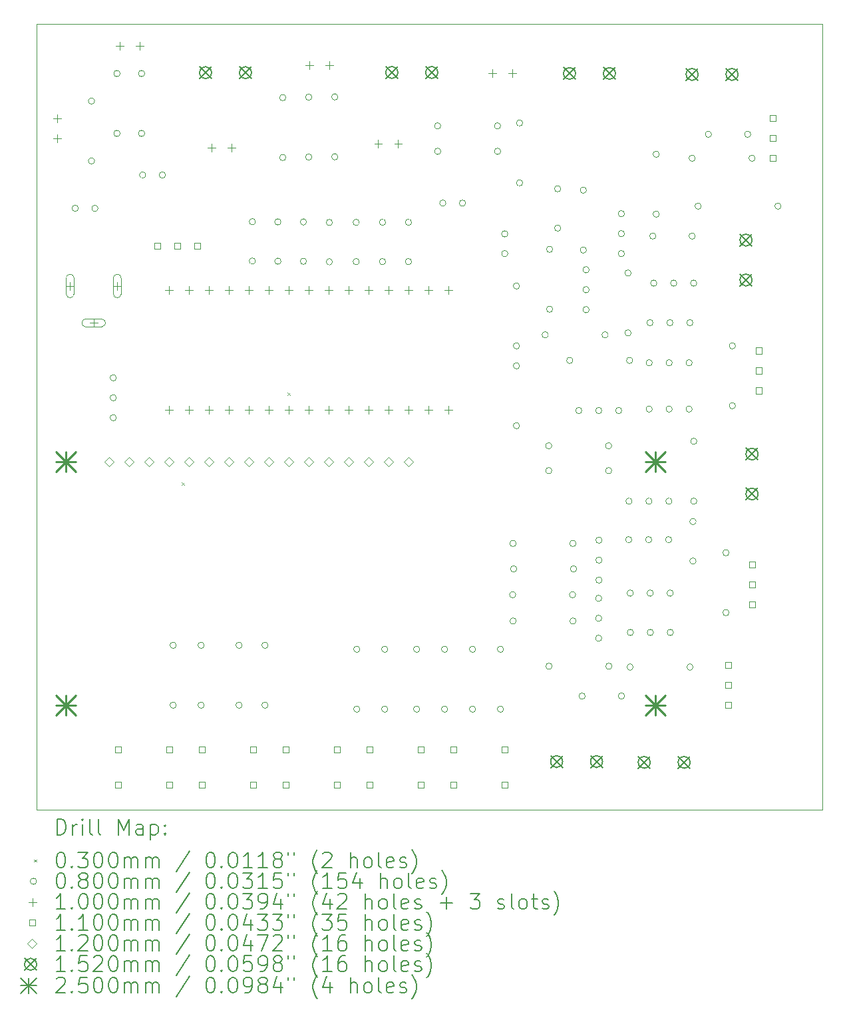
<source format=gbr>
%TF.GenerationSoftware,KiCad,Pcbnew,7.0.11+dfsg-1build4*%
%TF.CreationDate,2025-08-30T00:58:07-05:00*%
%TF.ProjectId,SilentTempController,53696c65-6e74-4546-956d-70436f6e7472,rev?*%
%TF.SameCoordinates,Original*%
%TF.FileFunction,Drillmap*%
%TF.FilePolarity,Positive*%
%FSLAX45Y45*%
G04 Gerber Fmt 4.5, Leading zero omitted, Abs format (unit mm)*
G04 Created by KiCad (PCBNEW 7.0.11+dfsg-1build4) date 2025-08-30 00:58:07*
%MOMM*%
%LPD*%
G01*
G04 APERTURE LIST*
%ADD10C,0.050000*%
%ADD11C,0.200000*%
%ADD12C,0.100000*%
%ADD13C,0.110000*%
%ADD14C,0.120000*%
%ADD15C,0.152000*%
%ADD16C,0.250000*%
G04 APERTURE END LIST*
D10*
X10000000Y-5000000D02*
X20000000Y-5000000D01*
X20000000Y-15000000D01*
X10000000Y-15000000D01*
X10000000Y-5000000D01*
D11*
D12*
X11846800Y-10830800D02*
X11876800Y-10860800D01*
X11876800Y-10830800D02*
X11846800Y-10860800D01*
X13193000Y-9687800D02*
X13223000Y-9717800D01*
X13223000Y-9687800D02*
X13193000Y-9717800D01*
X10529120Y-7343140D02*
G75*
G03*
X10449120Y-7343140I-40000J0D01*
G01*
X10449120Y-7343140D02*
G75*
G03*
X10529120Y-7343140I40000J0D01*
G01*
X10736000Y-5978000D02*
G75*
G03*
X10656000Y-5978000I-40000J0D01*
G01*
X10656000Y-5978000D02*
G75*
G03*
X10736000Y-5978000I40000J0D01*
G01*
X10736000Y-6740000D02*
G75*
G03*
X10656000Y-6740000I-40000J0D01*
G01*
X10656000Y-6740000D02*
G75*
G03*
X10736000Y-6740000I40000J0D01*
G01*
X10779120Y-7343140D02*
G75*
G03*
X10699120Y-7343140I-40000J0D01*
G01*
X10699120Y-7343140D02*
G75*
G03*
X10779120Y-7343140I40000J0D01*
G01*
X11012800Y-9499600D02*
G75*
G03*
X10932800Y-9499600I-40000J0D01*
G01*
X10932800Y-9499600D02*
G75*
G03*
X11012800Y-9499600I40000J0D01*
G01*
X11012800Y-9753600D02*
G75*
G03*
X10932800Y-9753600I-40000J0D01*
G01*
X10932800Y-9753600D02*
G75*
G03*
X11012800Y-9753600I40000J0D01*
G01*
X11012800Y-10007600D02*
G75*
G03*
X10932800Y-10007600I-40000J0D01*
G01*
X10932800Y-10007600D02*
G75*
G03*
X11012800Y-10007600I40000J0D01*
G01*
X11060000Y-5628000D02*
G75*
G03*
X10980000Y-5628000I-40000J0D01*
G01*
X10980000Y-5628000D02*
G75*
G03*
X11060000Y-5628000I40000J0D01*
G01*
X11060000Y-6390000D02*
G75*
G03*
X10980000Y-6390000I-40000J0D01*
G01*
X10980000Y-6390000D02*
G75*
G03*
X11060000Y-6390000I40000J0D01*
G01*
X11374000Y-5628000D02*
G75*
G03*
X11294000Y-5628000I-40000J0D01*
G01*
X11294000Y-5628000D02*
G75*
G03*
X11374000Y-5628000I40000J0D01*
G01*
X11374000Y-6390000D02*
G75*
G03*
X11294000Y-6390000I-40000J0D01*
G01*
X11294000Y-6390000D02*
G75*
G03*
X11374000Y-6390000I40000J0D01*
G01*
X11387640Y-6918960D02*
G75*
G03*
X11307640Y-6918960I-40000J0D01*
G01*
X11307640Y-6918960D02*
G75*
G03*
X11387640Y-6918960I40000J0D01*
G01*
X11637640Y-6918960D02*
G75*
G03*
X11557640Y-6918960I-40000J0D01*
G01*
X11557640Y-6918960D02*
G75*
G03*
X11637640Y-6918960I40000J0D01*
G01*
X11774800Y-12903200D02*
G75*
G03*
X11694800Y-12903200I-40000J0D01*
G01*
X11694800Y-12903200D02*
G75*
G03*
X11774800Y-12903200I40000J0D01*
G01*
X11774800Y-13665200D02*
G75*
G03*
X11694800Y-13665200I-40000J0D01*
G01*
X11694800Y-13665200D02*
G75*
G03*
X11774800Y-13665200I40000J0D01*
G01*
X12130400Y-12903200D02*
G75*
G03*
X12050400Y-12903200I-40000J0D01*
G01*
X12050400Y-12903200D02*
G75*
G03*
X12130400Y-12903200I40000J0D01*
G01*
X12130400Y-13665200D02*
G75*
G03*
X12050400Y-13665200I-40000J0D01*
G01*
X12050400Y-13665200D02*
G75*
G03*
X12130400Y-13665200I40000J0D01*
G01*
X12613000Y-12903200D02*
G75*
G03*
X12533000Y-12903200I-40000J0D01*
G01*
X12533000Y-12903200D02*
G75*
G03*
X12613000Y-12903200I40000J0D01*
G01*
X12613000Y-13665200D02*
G75*
G03*
X12533000Y-13665200I-40000J0D01*
G01*
X12533000Y-13665200D02*
G75*
G03*
X12613000Y-13665200I40000J0D01*
G01*
X12783180Y-7513700D02*
G75*
G03*
X12703180Y-7513700I-40000J0D01*
G01*
X12703180Y-7513700D02*
G75*
G03*
X12783180Y-7513700I40000J0D01*
G01*
X12783180Y-8013700D02*
G75*
G03*
X12703180Y-8013700I-40000J0D01*
G01*
X12703180Y-8013700D02*
G75*
G03*
X12783180Y-8013700I40000J0D01*
G01*
X12943200Y-12903200D02*
G75*
G03*
X12863200Y-12903200I-40000J0D01*
G01*
X12863200Y-12903200D02*
G75*
G03*
X12943200Y-12903200I40000J0D01*
G01*
X12943200Y-13665200D02*
G75*
G03*
X12863200Y-13665200I-40000J0D01*
G01*
X12863200Y-13665200D02*
G75*
G03*
X12943200Y-13665200I40000J0D01*
G01*
X13108300Y-7516240D02*
G75*
G03*
X13028300Y-7516240I-40000J0D01*
G01*
X13028300Y-7516240D02*
G75*
G03*
X13108300Y-7516240I40000J0D01*
G01*
X13108300Y-8016240D02*
G75*
G03*
X13028300Y-8016240I-40000J0D01*
G01*
X13028300Y-8016240D02*
G75*
G03*
X13108300Y-8016240I40000J0D01*
G01*
X13170000Y-5934000D02*
G75*
G03*
X13090000Y-5934000I-40000J0D01*
G01*
X13090000Y-5934000D02*
G75*
G03*
X13170000Y-5934000I40000J0D01*
G01*
X13170000Y-6696000D02*
G75*
G03*
X13090000Y-6696000I-40000J0D01*
G01*
X13090000Y-6696000D02*
G75*
G03*
X13170000Y-6696000I40000J0D01*
G01*
X13433420Y-7516240D02*
G75*
G03*
X13353420Y-7516240I-40000J0D01*
G01*
X13353420Y-7516240D02*
G75*
G03*
X13433420Y-7516240I40000J0D01*
G01*
X13433420Y-8016240D02*
G75*
G03*
X13353420Y-8016240I-40000J0D01*
G01*
X13353420Y-8016240D02*
G75*
G03*
X13433420Y-8016240I40000J0D01*
G01*
X13501000Y-5928000D02*
G75*
G03*
X13421000Y-5928000I-40000J0D01*
G01*
X13421000Y-5928000D02*
G75*
G03*
X13501000Y-5928000I40000J0D01*
G01*
X13501000Y-6690000D02*
G75*
G03*
X13421000Y-6690000I-40000J0D01*
G01*
X13421000Y-6690000D02*
G75*
G03*
X13501000Y-6690000I40000J0D01*
G01*
X13763620Y-7523860D02*
G75*
G03*
X13683620Y-7523860I-40000J0D01*
G01*
X13683620Y-7523860D02*
G75*
G03*
X13763620Y-7523860I40000J0D01*
G01*
X13763620Y-8023860D02*
G75*
G03*
X13683620Y-8023860I-40000J0D01*
G01*
X13683620Y-8023860D02*
G75*
G03*
X13763620Y-8023860I40000J0D01*
G01*
X13832000Y-5925000D02*
G75*
G03*
X13752000Y-5925000I-40000J0D01*
G01*
X13752000Y-5925000D02*
G75*
G03*
X13832000Y-5925000I40000J0D01*
G01*
X13832000Y-6687000D02*
G75*
G03*
X13752000Y-6687000I-40000J0D01*
G01*
X13752000Y-6687000D02*
G75*
G03*
X13832000Y-6687000I40000J0D01*
G01*
X14103980Y-7521320D02*
G75*
G03*
X14023980Y-7521320I-40000J0D01*
G01*
X14023980Y-7521320D02*
G75*
G03*
X14103980Y-7521320I40000J0D01*
G01*
X14103980Y-8021320D02*
G75*
G03*
X14023980Y-8021320I-40000J0D01*
G01*
X14023980Y-8021320D02*
G75*
G03*
X14103980Y-8021320I40000J0D01*
G01*
X14111600Y-12954000D02*
G75*
G03*
X14031600Y-12954000I-40000J0D01*
G01*
X14031600Y-12954000D02*
G75*
G03*
X14111600Y-12954000I40000J0D01*
G01*
X14111600Y-13716000D02*
G75*
G03*
X14031600Y-13716000I-40000J0D01*
G01*
X14031600Y-13716000D02*
G75*
G03*
X14111600Y-13716000I40000J0D01*
G01*
X14439260Y-7521320D02*
G75*
G03*
X14359260Y-7521320I-40000J0D01*
G01*
X14359260Y-7521320D02*
G75*
G03*
X14439260Y-7521320I40000J0D01*
G01*
X14439260Y-8021320D02*
G75*
G03*
X14359260Y-8021320I-40000J0D01*
G01*
X14359260Y-8021320D02*
G75*
G03*
X14439260Y-8021320I40000J0D01*
G01*
X14467200Y-12954000D02*
G75*
G03*
X14387200Y-12954000I-40000J0D01*
G01*
X14387200Y-12954000D02*
G75*
G03*
X14467200Y-12954000I40000J0D01*
G01*
X14467200Y-13716000D02*
G75*
G03*
X14387200Y-13716000I-40000J0D01*
G01*
X14387200Y-13716000D02*
G75*
G03*
X14467200Y-13716000I40000J0D01*
G01*
X14769460Y-7521320D02*
G75*
G03*
X14689460Y-7521320I-40000J0D01*
G01*
X14689460Y-7521320D02*
G75*
G03*
X14769460Y-7521320I40000J0D01*
G01*
X14769460Y-8021320D02*
G75*
G03*
X14689460Y-8021320I-40000J0D01*
G01*
X14689460Y-8021320D02*
G75*
G03*
X14769460Y-8021320I40000J0D01*
G01*
X14873600Y-12954000D02*
G75*
G03*
X14793600Y-12954000I-40000J0D01*
G01*
X14793600Y-12954000D02*
G75*
G03*
X14873600Y-12954000I40000J0D01*
G01*
X14873600Y-13716000D02*
G75*
G03*
X14793600Y-13716000I-40000J0D01*
G01*
X14793600Y-13716000D02*
G75*
G03*
X14873600Y-13716000I40000J0D01*
G01*
X15141000Y-6294000D02*
G75*
G03*
X15061000Y-6294000I-40000J0D01*
G01*
X15061000Y-6294000D02*
G75*
G03*
X15141000Y-6294000I40000J0D01*
G01*
X15141000Y-6618000D02*
G75*
G03*
X15061000Y-6618000I-40000J0D01*
G01*
X15061000Y-6618000D02*
G75*
G03*
X15141000Y-6618000I40000J0D01*
G01*
X15207000Y-7277000D02*
G75*
G03*
X15127000Y-7277000I-40000J0D01*
G01*
X15127000Y-7277000D02*
G75*
G03*
X15207000Y-7277000I40000J0D01*
G01*
X15229200Y-12954000D02*
G75*
G03*
X15149200Y-12954000I-40000J0D01*
G01*
X15149200Y-12954000D02*
G75*
G03*
X15229200Y-12954000I40000J0D01*
G01*
X15229200Y-13716000D02*
G75*
G03*
X15149200Y-13716000I-40000J0D01*
G01*
X15149200Y-13716000D02*
G75*
G03*
X15229200Y-13716000I40000J0D01*
G01*
X15457000Y-7277000D02*
G75*
G03*
X15377000Y-7277000I-40000J0D01*
G01*
X15377000Y-7277000D02*
G75*
G03*
X15457000Y-7277000I40000J0D01*
G01*
X15584800Y-12954000D02*
G75*
G03*
X15504800Y-12954000I-40000J0D01*
G01*
X15504800Y-12954000D02*
G75*
G03*
X15584800Y-12954000I40000J0D01*
G01*
X15584800Y-13716000D02*
G75*
G03*
X15504800Y-13716000I-40000J0D01*
G01*
X15504800Y-13716000D02*
G75*
G03*
X15584800Y-13716000I40000J0D01*
G01*
X15903000Y-6294000D02*
G75*
G03*
X15823000Y-6294000I-40000J0D01*
G01*
X15823000Y-6294000D02*
G75*
G03*
X15903000Y-6294000I40000J0D01*
G01*
X15903000Y-6618000D02*
G75*
G03*
X15823000Y-6618000I-40000J0D01*
G01*
X15823000Y-6618000D02*
G75*
G03*
X15903000Y-6618000I40000J0D01*
G01*
X15940400Y-12954000D02*
G75*
G03*
X15860400Y-12954000I-40000J0D01*
G01*
X15860400Y-12954000D02*
G75*
G03*
X15940400Y-12954000I40000J0D01*
G01*
X15940400Y-13716000D02*
G75*
G03*
X15860400Y-13716000I-40000J0D01*
G01*
X15860400Y-13716000D02*
G75*
G03*
X15940400Y-13716000I40000J0D01*
G01*
X15995000Y-7669000D02*
G75*
G03*
X15915000Y-7669000I-40000J0D01*
G01*
X15915000Y-7669000D02*
G75*
G03*
X15995000Y-7669000I40000J0D01*
G01*
X15995000Y-7919000D02*
G75*
G03*
X15915000Y-7919000I-40000J0D01*
G01*
X15915000Y-7919000D02*
G75*
G03*
X15995000Y-7919000I40000J0D01*
G01*
X16096000Y-12260000D02*
G75*
G03*
X16016000Y-12260000I-40000J0D01*
G01*
X16016000Y-12260000D02*
G75*
G03*
X16096000Y-12260000I40000J0D01*
G01*
X16100000Y-11608000D02*
G75*
G03*
X16020000Y-11608000I-40000J0D01*
G01*
X16020000Y-11608000D02*
G75*
G03*
X16100000Y-11608000I40000J0D01*
G01*
X16101000Y-12595000D02*
G75*
G03*
X16021000Y-12595000I-40000J0D01*
G01*
X16021000Y-12595000D02*
G75*
G03*
X16101000Y-12595000I40000J0D01*
G01*
X16108000Y-11932000D02*
G75*
G03*
X16028000Y-11932000I-40000J0D01*
G01*
X16028000Y-11932000D02*
G75*
G03*
X16108000Y-11932000I40000J0D01*
G01*
X16143600Y-8331200D02*
G75*
G03*
X16063600Y-8331200I-40000J0D01*
G01*
X16063600Y-8331200D02*
G75*
G03*
X16143600Y-8331200I40000J0D01*
G01*
X16143600Y-9093200D02*
G75*
G03*
X16063600Y-9093200I-40000J0D01*
G01*
X16063600Y-9093200D02*
G75*
G03*
X16143600Y-9093200I40000J0D01*
G01*
X16143600Y-9347200D02*
G75*
G03*
X16063600Y-9347200I-40000J0D01*
G01*
X16063600Y-9347200D02*
G75*
G03*
X16143600Y-9347200I40000J0D01*
G01*
X16143600Y-10109200D02*
G75*
G03*
X16063600Y-10109200I-40000J0D01*
G01*
X16063600Y-10109200D02*
G75*
G03*
X16143600Y-10109200I40000J0D01*
G01*
X16184000Y-6257000D02*
G75*
G03*
X16104000Y-6257000I-40000J0D01*
G01*
X16104000Y-6257000D02*
G75*
G03*
X16184000Y-6257000I40000J0D01*
G01*
X16184000Y-7019000D02*
G75*
G03*
X16104000Y-7019000I-40000J0D01*
G01*
X16104000Y-7019000D02*
G75*
G03*
X16184000Y-7019000I40000J0D01*
G01*
X16509360Y-8953500D02*
G75*
G03*
X16429360Y-8953500I-40000J0D01*
G01*
X16429360Y-8953500D02*
G75*
G03*
X16509360Y-8953500I40000J0D01*
G01*
X16554000Y-10365000D02*
G75*
G03*
X16474000Y-10365000I-40000J0D01*
G01*
X16474000Y-10365000D02*
G75*
G03*
X16554000Y-10365000I40000J0D01*
G01*
X16555000Y-10681000D02*
G75*
G03*
X16475000Y-10681000I-40000J0D01*
G01*
X16475000Y-10681000D02*
G75*
G03*
X16555000Y-10681000I40000J0D01*
G01*
X16558000Y-13170000D02*
G75*
G03*
X16478000Y-13170000I-40000J0D01*
G01*
X16478000Y-13170000D02*
G75*
G03*
X16558000Y-13170000I40000J0D01*
G01*
X16565240Y-7863840D02*
G75*
G03*
X16485240Y-7863840I-40000J0D01*
G01*
X16485240Y-7863840D02*
G75*
G03*
X16565240Y-7863840I40000J0D01*
G01*
X16565240Y-8625840D02*
G75*
G03*
X16485240Y-8625840I-40000J0D01*
G01*
X16485240Y-8625840D02*
G75*
G03*
X16565240Y-8625840I40000J0D01*
G01*
X16668000Y-7095000D02*
G75*
G03*
X16588000Y-7095000I-40000J0D01*
G01*
X16588000Y-7095000D02*
G75*
G03*
X16668000Y-7095000I40000J0D01*
G01*
X16668000Y-7595000D02*
G75*
G03*
X16588000Y-7595000I-40000J0D01*
G01*
X16588000Y-7595000D02*
G75*
G03*
X16668000Y-7595000I40000J0D01*
G01*
X16821780Y-9278620D02*
G75*
G03*
X16741780Y-9278620I-40000J0D01*
G01*
X16741780Y-9278620D02*
G75*
G03*
X16821780Y-9278620I40000J0D01*
G01*
X16858000Y-12260000D02*
G75*
G03*
X16778000Y-12260000I-40000J0D01*
G01*
X16778000Y-12260000D02*
G75*
G03*
X16858000Y-12260000I40000J0D01*
G01*
X16862000Y-11608000D02*
G75*
G03*
X16782000Y-11608000I-40000J0D01*
G01*
X16782000Y-11608000D02*
G75*
G03*
X16862000Y-11608000I40000J0D01*
G01*
X16863000Y-12595000D02*
G75*
G03*
X16783000Y-12595000I-40000J0D01*
G01*
X16783000Y-12595000D02*
G75*
G03*
X16863000Y-12595000I40000J0D01*
G01*
X16870000Y-11932000D02*
G75*
G03*
X16790000Y-11932000I-40000J0D01*
G01*
X16790000Y-11932000D02*
G75*
G03*
X16870000Y-11932000I40000J0D01*
G01*
X16936080Y-9916160D02*
G75*
G03*
X16856080Y-9916160I-40000J0D01*
G01*
X16856080Y-9916160D02*
G75*
G03*
X16936080Y-9916160I40000J0D01*
G01*
X16980000Y-13550000D02*
G75*
G03*
X16900000Y-13550000I-40000J0D01*
G01*
X16900000Y-13550000D02*
G75*
G03*
X16980000Y-13550000I40000J0D01*
G01*
X16994500Y-7112000D02*
G75*
G03*
X16914500Y-7112000I-40000J0D01*
G01*
X16914500Y-7112000D02*
G75*
G03*
X16994500Y-7112000I40000J0D01*
G01*
X16994500Y-7874000D02*
G75*
G03*
X16914500Y-7874000I-40000J0D01*
G01*
X16914500Y-7874000D02*
G75*
G03*
X16994500Y-7874000I40000J0D01*
G01*
X17030060Y-8125460D02*
G75*
G03*
X16950060Y-8125460I-40000J0D01*
G01*
X16950060Y-8125460D02*
G75*
G03*
X17030060Y-8125460I40000J0D01*
G01*
X17030060Y-8379460D02*
G75*
G03*
X16950060Y-8379460I-40000J0D01*
G01*
X16950060Y-8379460D02*
G75*
G03*
X17030060Y-8379460I40000J0D01*
G01*
X17030060Y-8633460D02*
G75*
G03*
X16950060Y-8633460I-40000J0D01*
G01*
X16950060Y-8633460D02*
G75*
G03*
X17030060Y-8633460I40000J0D01*
G01*
X17190000Y-12306000D02*
G75*
G03*
X17110000Y-12306000I-40000J0D01*
G01*
X17110000Y-12306000D02*
G75*
G03*
X17190000Y-12306000I40000J0D01*
G01*
X17190000Y-12560000D02*
G75*
G03*
X17110000Y-12560000I-40000J0D01*
G01*
X17110000Y-12560000D02*
G75*
G03*
X17190000Y-12560000I40000J0D01*
G01*
X17190000Y-12814000D02*
G75*
G03*
X17110000Y-12814000I-40000J0D01*
G01*
X17110000Y-12814000D02*
G75*
G03*
X17190000Y-12814000I40000J0D01*
G01*
X17190080Y-9916160D02*
G75*
G03*
X17110080Y-9916160I-40000J0D01*
G01*
X17110080Y-9916160D02*
G75*
G03*
X17190080Y-9916160I40000J0D01*
G01*
X17193000Y-11566000D02*
G75*
G03*
X17113000Y-11566000I-40000J0D01*
G01*
X17113000Y-11566000D02*
G75*
G03*
X17193000Y-11566000I40000J0D01*
G01*
X17193000Y-11820000D02*
G75*
G03*
X17113000Y-11820000I-40000J0D01*
G01*
X17113000Y-11820000D02*
G75*
G03*
X17193000Y-11820000I40000J0D01*
G01*
X17193000Y-12074000D02*
G75*
G03*
X17113000Y-12074000I-40000J0D01*
G01*
X17113000Y-12074000D02*
G75*
G03*
X17193000Y-12074000I40000J0D01*
G01*
X17271360Y-8953500D02*
G75*
G03*
X17191360Y-8953500I-40000J0D01*
G01*
X17191360Y-8953500D02*
G75*
G03*
X17271360Y-8953500I40000J0D01*
G01*
X17316000Y-10365000D02*
G75*
G03*
X17236000Y-10365000I-40000J0D01*
G01*
X17236000Y-10365000D02*
G75*
G03*
X17316000Y-10365000I40000J0D01*
G01*
X17317000Y-10681000D02*
G75*
G03*
X17237000Y-10681000I-40000J0D01*
G01*
X17237000Y-10681000D02*
G75*
G03*
X17317000Y-10681000I40000J0D01*
G01*
X17320000Y-13170000D02*
G75*
G03*
X17240000Y-13170000I-40000J0D01*
G01*
X17240000Y-13170000D02*
G75*
G03*
X17320000Y-13170000I40000J0D01*
G01*
X17444080Y-9916160D02*
G75*
G03*
X17364080Y-9916160I-40000J0D01*
G01*
X17364080Y-9916160D02*
G75*
G03*
X17444080Y-9916160I40000J0D01*
G01*
X17479640Y-7411720D02*
G75*
G03*
X17399640Y-7411720I-40000J0D01*
G01*
X17399640Y-7411720D02*
G75*
G03*
X17479640Y-7411720I40000J0D01*
G01*
X17479640Y-7665720D02*
G75*
G03*
X17399640Y-7665720I-40000J0D01*
G01*
X17399640Y-7665720D02*
G75*
G03*
X17479640Y-7665720I40000J0D01*
G01*
X17479640Y-7919720D02*
G75*
G03*
X17399640Y-7919720I-40000J0D01*
G01*
X17399640Y-7919720D02*
G75*
G03*
X17479640Y-7919720I40000J0D01*
G01*
X17480000Y-13550000D02*
G75*
G03*
X17400000Y-13550000I-40000J0D01*
G01*
X17400000Y-13550000D02*
G75*
G03*
X17480000Y-13550000I40000J0D01*
G01*
X17563460Y-8166100D02*
G75*
G03*
X17483460Y-8166100I-40000J0D01*
G01*
X17483460Y-8166100D02*
G75*
G03*
X17563460Y-8166100I40000J0D01*
G01*
X17563460Y-8928100D02*
G75*
G03*
X17483460Y-8928100I-40000J0D01*
G01*
X17483460Y-8928100D02*
G75*
G03*
X17563460Y-8928100I40000J0D01*
G01*
X17572000Y-11560000D02*
G75*
G03*
X17492000Y-11560000I-40000J0D01*
G01*
X17492000Y-11560000D02*
G75*
G03*
X17572000Y-11560000I40000J0D01*
G01*
X17575000Y-11070000D02*
G75*
G03*
X17495000Y-11070000I-40000J0D01*
G01*
X17495000Y-11070000D02*
G75*
G03*
X17575000Y-11070000I40000J0D01*
G01*
X17583780Y-9278620D02*
G75*
G03*
X17503780Y-9278620I-40000J0D01*
G01*
X17503780Y-9278620D02*
G75*
G03*
X17583780Y-9278620I40000J0D01*
G01*
X17590000Y-13180000D02*
G75*
G03*
X17510000Y-13180000I-40000J0D01*
G01*
X17510000Y-13180000D02*
G75*
G03*
X17590000Y-13180000I40000J0D01*
G01*
X17592000Y-12240000D02*
G75*
G03*
X17512000Y-12240000I-40000J0D01*
G01*
X17512000Y-12240000D02*
G75*
G03*
X17592000Y-12240000I40000J0D01*
G01*
X17593000Y-12740000D02*
G75*
G03*
X17513000Y-12740000I-40000J0D01*
G01*
X17513000Y-12740000D02*
G75*
G03*
X17593000Y-12740000I40000J0D01*
G01*
X17826000Y-11560000D02*
G75*
G03*
X17746000Y-11560000I-40000J0D01*
G01*
X17746000Y-11560000D02*
G75*
G03*
X17826000Y-11560000I40000J0D01*
G01*
X17829000Y-11070000D02*
G75*
G03*
X17749000Y-11070000I-40000J0D01*
G01*
X17749000Y-11070000D02*
G75*
G03*
X17829000Y-11070000I40000J0D01*
G01*
X17832700Y-9309100D02*
G75*
G03*
X17752700Y-9309100I-40000J0D01*
G01*
X17752700Y-9309100D02*
G75*
G03*
X17832700Y-9309100I40000J0D01*
G01*
X17832700Y-9898380D02*
G75*
G03*
X17752700Y-9898380I-40000J0D01*
G01*
X17752700Y-9898380D02*
G75*
G03*
X17832700Y-9898380I40000J0D01*
G01*
X17842860Y-8798560D02*
G75*
G03*
X17762860Y-8798560I-40000J0D01*
G01*
X17762860Y-8798560D02*
G75*
G03*
X17842860Y-8798560I40000J0D01*
G01*
X17846000Y-12240000D02*
G75*
G03*
X17766000Y-12240000I-40000J0D01*
G01*
X17766000Y-12240000D02*
G75*
G03*
X17846000Y-12240000I40000J0D01*
G01*
X17847000Y-12740000D02*
G75*
G03*
X17767000Y-12740000I-40000J0D01*
G01*
X17767000Y-12740000D02*
G75*
G03*
X17847000Y-12740000I40000J0D01*
G01*
X17878800Y-7696200D02*
G75*
G03*
X17798800Y-7696200I-40000J0D01*
G01*
X17798800Y-7696200D02*
G75*
G03*
X17878800Y-7696200I40000J0D01*
G01*
X17891120Y-8295640D02*
G75*
G03*
X17811120Y-8295640I-40000J0D01*
G01*
X17811120Y-8295640D02*
G75*
G03*
X17891120Y-8295640I40000J0D01*
G01*
X17921600Y-6654800D02*
G75*
G03*
X17841600Y-6654800I-40000J0D01*
G01*
X17841600Y-6654800D02*
G75*
G03*
X17921600Y-6654800I40000J0D01*
G01*
X17921600Y-7416800D02*
G75*
G03*
X17841600Y-7416800I-40000J0D01*
G01*
X17841600Y-7416800D02*
G75*
G03*
X17921600Y-7416800I40000J0D01*
G01*
X18080000Y-11560000D02*
G75*
G03*
X18000000Y-11560000I-40000J0D01*
G01*
X18000000Y-11560000D02*
G75*
G03*
X18080000Y-11560000I40000J0D01*
G01*
X18083000Y-11070000D02*
G75*
G03*
X18003000Y-11070000I-40000J0D01*
G01*
X18003000Y-11070000D02*
G75*
G03*
X18083000Y-11070000I40000J0D01*
G01*
X18086700Y-9309100D02*
G75*
G03*
X18006700Y-9309100I-40000J0D01*
G01*
X18006700Y-9309100D02*
G75*
G03*
X18086700Y-9309100I40000J0D01*
G01*
X18086700Y-9898380D02*
G75*
G03*
X18006700Y-9898380I-40000J0D01*
G01*
X18006700Y-9898380D02*
G75*
G03*
X18086700Y-9898380I40000J0D01*
G01*
X18096860Y-8798560D02*
G75*
G03*
X18016860Y-8798560I-40000J0D01*
G01*
X18016860Y-8798560D02*
G75*
G03*
X18096860Y-8798560I40000J0D01*
G01*
X18100000Y-12240000D02*
G75*
G03*
X18020000Y-12240000I-40000J0D01*
G01*
X18020000Y-12240000D02*
G75*
G03*
X18100000Y-12240000I40000J0D01*
G01*
X18101000Y-12740000D02*
G75*
G03*
X18021000Y-12740000I-40000J0D01*
G01*
X18021000Y-12740000D02*
G75*
G03*
X18101000Y-12740000I40000J0D01*
G01*
X18145120Y-8295640D02*
G75*
G03*
X18065120Y-8295640I-40000J0D01*
G01*
X18065120Y-8295640D02*
G75*
G03*
X18145120Y-8295640I40000J0D01*
G01*
X18340700Y-9309100D02*
G75*
G03*
X18260700Y-9309100I-40000J0D01*
G01*
X18260700Y-9309100D02*
G75*
G03*
X18340700Y-9309100I40000J0D01*
G01*
X18340700Y-9898380D02*
G75*
G03*
X18260700Y-9898380I-40000J0D01*
G01*
X18260700Y-9898380D02*
G75*
G03*
X18340700Y-9898380I40000J0D01*
G01*
X18350860Y-8798560D02*
G75*
G03*
X18270860Y-8798560I-40000J0D01*
G01*
X18270860Y-8798560D02*
G75*
G03*
X18350860Y-8798560I40000J0D01*
G01*
X18352000Y-13180000D02*
G75*
G03*
X18272000Y-13180000I-40000J0D01*
G01*
X18272000Y-13180000D02*
G75*
G03*
X18352000Y-13180000I40000J0D01*
G01*
X18378800Y-6705600D02*
G75*
G03*
X18298800Y-6705600I-40000J0D01*
G01*
X18298800Y-6705600D02*
G75*
G03*
X18378800Y-6705600I40000J0D01*
G01*
X18378800Y-7696200D02*
G75*
G03*
X18298800Y-7696200I-40000J0D01*
G01*
X18298800Y-7696200D02*
G75*
G03*
X18378800Y-7696200I40000J0D01*
G01*
X18390000Y-11330000D02*
G75*
G03*
X18310000Y-11330000I-40000J0D01*
G01*
X18310000Y-11330000D02*
G75*
G03*
X18390000Y-11330000I40000J0D01*
G01*
X18390000Y-11830000D02*
G75*
G03*
X18310000Y-11830000I-40000J0D01*
G01*
X18310000Y-11830000D02*
G75*
G03*
X18390000Y-11830000I40000J0D01*
G01*
X18399120Y-8295640D02*
G75*
G03*
X18319120Y-8295640I-40000J0D01*
G01*
X18319120Y-8295640D02*
G75*
G03*
X18399120Y-8295640I40000J0D01*
G01*
X18400000Y-10308000D02*
G75*
G03*
X18320000Y-10308000I-40000J0D01*
G01*
X18320000Y-10308000D02*
G75*
G03*
X18400000Y-10308000I40000J0D01*
G01*
X18400000Y-11070000D02*
G75*
G03*
X18320000Y-11070000I-40000J0D01*
G01*
X18320000Y-11070000D02*
G75*
G03*
X18400000Y-11070000I40000J0D01*
G01*
X18455000Y-7315200D02*
G75*
G03*
X18375000Y-7315200I-40000J0D01*
G01*
X18375000Y-7315200D02*
G75*
G03*
X18455000Y-7315200I40000J0D01*
G01*
X18586000Y-6400800D02*
G75*
G03*
X18506000Y-6400800I-40000J0D01*
G01*
X18506000Y-6400800D02*
G75*
G03*
X18586000Y-6400800I40000J0D01*
G01*
X18809000Y-11725000D02*
G75*
G03*
X18729000Y-11725000I-40000J0D01*
G01*
X18729000Y-11725000D02*
G75*
G03*
X18809000Y-11725000I40000J0D01*
G01*
X18809000Y-12487000D02*
G75*
G03*
X18729000Y-12487000I-40000J0D01*
G01*
X18729000Y-12487000D02*
G75*
G03*
X18809000Y-12487000I40000J0D01*
G01*
X18891880Y-9093200D02*
G75*
G03*
X18811880Y-9093200I-40000J0D01*
G01*
X18811880Y-9093200D02*
G75*
G03*
X18891880Y-9093200I40000J0D01*
G01*
X18891880Y-9855200D02*
G75*
G03*
X18811880Y-9855200I-40000J0D01*
G01*
X18811880Y-9855200D02*
G75*
G03*
X18891880Y-9855200I40000J0D01*
G01*
X19086000Y-6400800D02*
G75*
G03*
X19006000Y-6400800I-40000J0D01*
G01*
X19006000Y-6400800D02*
G75*
G03*
X19086000Y-6400800I40000J0D01*
G01*
X19140800Y-6705600D02*
G75*
G03*
X19060800Y-6705600I-40000J0D01*
G01*
X19060800Y-6705600D02*
G75*
G03*
X19140800Y-6705600I40000J0D01*
G01*
X19471000Y-7315200D02*
G75*
G03*
X19391000Y-7315200I-40000J0D01*
G01*
X19391000Y-7315200D02*
G75*
G03*
X19471000Y-7315200I40000J0D01*
G01*
X10261600Y-6147600D02*
X10261600Y-6247600D01*
X10211600Y-6197600D02*
X10311600Y-6197600D01*
X10261600Y-6401600D02*
X10261600Y-6501600D01*
X10211600Y-6451600D02*
X10311600Y-6451600D01*
X10423600Y-8281200D02*
X10423600Y-8381200D01*
X10373600Y-8331200D02*
X10473600Y-8331200D01*
X10373600Y-8231200D02*
X10373600Y-8431200D01*
X10373600Y-8431200D02*
G75*
G03*
X10473600Y-8431200I50000J0D01*
G01*
X10473600Y-8431200D02*
X10473600Y-8231200D01*
X10473600Y-8231200D02*
G75*
G03*
X10373600Y-8231200I-50000J0D01*
G01*
X10723600Y-8751200D02*
X10723600Y-8851200D01*
X10673600Y-8801200D02*
X10773600Y-8801200D01*
X10623600Y-8851200D02*
X10823600Y-8851200D01*
X10823600Y-8851200D02*
G75*
G03*
X10823600Y-8751200I0J50000D01*
G01*
X10823600Y-8751200D02*
X10623600Y-8751200D01*
X10623600Y-8751200D02*
G75*
G03*
X10623600Y-8851200I0J-50000D01*
G01*
X11023600Y-8281200D02*
X11023600Y-8381200D01*
X10973600Y-8331200D02*
X11073600Y-8331200D01*
X10973600Y-8231200D02*
X10973600Y-8431200D01*
X10973600Y-8431200D02*
G75*
G03*
X11073600Y-8431200I50000J0D01*
G01*
X11073600Y-8431200D02*
X11073600Y-8231200D01*
X11073600Y-8231200D02*
G75*
G03*
X10973600Y-8231200I-50000J0D01*
G01*
X11055000Y-5230000D02*
X11055000Y-5330000D01*
X11005000Y-5280000D02*
X11105000Y-5280000D01*
X11309000Y-5230000D02*
X11309000Y-5330000D01*
X11259000Y-5280000D02*
X11359000Y-5280000D01*
X11684000Y-8332000D02*
X11684000Y-8432000D01*
X11634000Y-8382000D02*
X11734000Y-8382000D01*
X11684000Y-9856000D02*
X11684000Y-9956000D01*
X11634000Y-9906000D02*
X11734000Y-9906000D01*
X11938000Y-8332000D02*
X11938000Y-8432000D01*
X11888000Y-8382000D02*
X11988000Y-8382000D01*
X11938000Y-9856000D02*
X11938000Y-9956000D01*
X11888000Y-9906000D02*
X11988000Y-9906000D01*
X12192000Y-8332000D02*
X12192000Y-8432000D01*
X12142000Y-8382000D02*
X12242000Y-8382000D01*
X12192000Y-9856000D02*
X12192000Y-9956000D01*
X12142000Y-9906000D02*
X12242000Y-9906000D01*
X12224000Y-6524000D02*
X12224000Y-6624000D01*
X12174000Y-6574000D02*
X12274000Y-6574000D01*
X12446000Y-8332000D02*
X12446000Y-8432000D01*
X12396000Y-8382000D02*
X12496000Y-8382000D01*
X12446000Y-9856000D02*
X12446000Y-9956000D01*
X12396000Y-9906000D02*
X12496000Y-9906000D01*
X12478000Y-6524000D02*
X12478000Y-6624000D01*
X12428000Y-6574000D02*
X12528000Y-6574000D01*
X12700000Y-8332000D02*
X12700000Y-8432000D01*
X12650000Y-8382000D02*
X12750000Y-8382000D01*
X12700000Y-9856000D02*
X12700000Y-9956000D01*
X12650000Y-9906000D02*
X12750000Y-9906000D01*
X12954000Y-8332000D02*
X12954000Y-8432000D01*
X12904000Y-8382000D02*
X13004000Y-8382000D01*
X12954000Y-9856000D02*
X12954000Y-9956000D01*
X12904000Y-9906000D02*
X13004000Y-9906000D01*
X13208000Y-8332000D02*
X13208000Y-8432000D01*
X13158000Y-8382000D02*
X13258000Y-8382000D01*
X13208000Y-9856000D02*
X13208000Y-9956000D01*
X13158000Y-9906000D02*
X13258000Y-9906000D01*
X13462000Y-8332000D02*
X13462000Y-8432000D01*
X13412000Y-8382000D02*
X13512000Y-8382000D01*
X13462000Y-9856000D02*
X13462000Y-9956000D01*
X13412000Y-9906000D02*
X13512000Y-9906000D01*
X13469000Y-5470000D02*
X13469000Y-5570000D01*
X13419000Y-5520000D02*
X13519000Y-5520000D01*
X13716000Y-8332000D02*
X13716000Y-8432000D01*
X13666000Y-8382000D02*
X13766000Y-8382000D01*
X13716000Y-9856000D02*
X13716000Y-9956000D01*
X13666000Y-9906000D02*
X13766000Y-9906000D01*
X13723000Y-5470000D02*
X13723000Y-5570000D01*
X13673000Y-5520000D02*
X13773000Y-5520000D01*
X13970000Y-8332000D02*
X13970000Y-8432000D01*
X13920000Y-8382000D02*
X14020000Y-8382000D01*
X13970000Y-9856000D02*
X13970000Y-9956000D01*
X13920000Y-9906000D02*
X14020000Y-9906000D01*
X14224000Y-8332000D02*
X14224000Y-8432000D01*
X14174000Y-8382000D02*
X14274000Y-8382000D01*
X14224000Y-9856000D02*
X14224000Y-9956000D01*
X14174000Y-9906000D02*
X14274000Y-9906000D01*
X14345000Y-6468000D02*
X14345000Y-6568000D01*
X14295000Y-6518000D02*
X14395000Y-6518000D01*
X14478000Y-8332000D02*
X14478000Y-8432000D01*
X14428000Y-8382000D02*
X14528000Y-8382000D01*
X14478000Y-9856000D02*
X14478000Y-9956000D01*
X14428000Y-9906000D02*
X14528000Y-9906000D01*
X14599000Y-6468000D02*
X14599000Y-6568000D01*
X14549000Y-6518000D02*
X14649000Y-6518000D01*
X14732000Y-8332000D02*
X14732000Y-8432000D01*
X14682000Y-8382000D02*
X14782000Y-8382000D01*
X14732000Y-9856000D02*
X14732000Y-9956000D01*
X14682000Y-9906000D02*
X14782000Y-9906000D01*
X14986000Y-8332000D02*
X14986000Y-8432000D01*
X14936000Y-8382000D02*
X15036000Y-8382000D01*
X14986000Y-9856000D02*
X14986000Y-9956000D01*
X14936000Y-9906000D02*
X15036000Y-9906000D01*
X15240000Y-8332000D02*
X15240000Y-8432000D01*
X15190000Y-8382000D02*
X15290000Y-8382000D01*
X15240000Y-9856000D02*
X15240000Y-9956000D01*
X15190000Y-9906000D02*
X15290000Y-9906000D01*
X15797500Y-5571000D02*
X15797500Y-5671000D01*
X15747500Y-5621000D02*
X15847500Y-5621000D01*
X16051500Y-5571000D02*
X16051500Y-5671000D01*
X16001500Y-5621000D02*
X16101500Y-5621000D01*
D13*
X11072891Y-14270091D02*
X11072891Y-14192309D01*
X10995109Y-14192309D01*
X10995109Y-14270091D01*
X11072891Y-14270091D01*
X11072891Y-14720091D02*
X11072891Y-14642309D01*
X10995109Y-14642309D01*
X10995109Y-14720091D01*
X11072891Y-14720091D01*
X11570491Y-7862091D02*
X11570491Y-7784309D01*
X11492709Y-7784309D01*
X11492709Y-7862091D01*
X11570491Y-7862091D01*
X11722891Y-14270091D02*
X11722891Y-14192309D01*
X11645109Y-14192309D01*
X11645109Y-14270091D01*
X11722891Y-14270091D01*
X11722891Y-14720091D02*
X11722891Y-14642309D01*
X11645109Y-14642309D01*
X11645109Y-14720091D01*
X11722891Y-14720091D01*
X11824491Y-7862091D02*
X11824491Y-7784309D01*
X11746709Y-7784309D01*
X11746709Y-7862091D01*
X11824491Y-7862091D01*
X12078491Y-7862091D02*
X12078491Y-7784309D01*
X12000709Y-7784309D01*
X12000709Y-7862091D01*
X12078491Y-7862091D01*
X12139691Y-14270091D02*
X12139691Y-14192309D01*
X12061909Y-14192309D01*
X12061909Y-14270091D01*
X12139691Y-14270091D01*
X12139691Y-14720091D02*
X12139691Y-14642309D01*
X12061909Y-14642309D01*
X12061909Y-14720091D01*
X12139691Y-14720091D01*
X12789691Y-14270091D02*
X12789691Y-14192309D01*
X12711909Y-14192309D01*
X12711909Y-14270091D01*
X12789691Y-14270091D01*
X12789691Y-14720091D02*
X12789691Y-14642309D01*
X12711909Y-14642309D01*
X12711909Y-14720091D01*
X12789691Y-14720091D01*
X13206491Y-14270091D02*
X13206491Y-14192309D01*
X13128709Y-14192309D01*
X13128709Y-14270091D01*
X13206491Y-14270091D01*
X13206491Y-14720091D02*
X13206491Y-14642309D01*
X13128709Y-14642309D01*
X13128709Y-14720091D01*
X13206491Y-14720091D01*
X13856491Y-14270091D02*
X13856491Y-14192309D01*
X13778709Y-14192309D01*
X13778709Y-14270091D01*
X13856491Y-14270091D01*
X13856491Y-14720091D02*
X13856491Y-14642309D01*
X13778709Y-14642309D01*
X13778709Y-14720091D01*
X13856491Y-14720091D01*
X14273291Y-14270091D02*
X14273291Y-14192309D01*
X14195509Y-14192309D01*
X14195509Y-14270091D01*
X14273291Y-14270091D01*
X14273291Y-14720091D02*
X14273291Y-14642309D01*
X14195509Y-14642309D01*
X14195509Y-14720091D01*
X14273291Y-14720091D01*
X14923291Y-14270091D02*
X14923291Y-14192309D01*
X14845509Y-14192309D01*
X14845509Y-14270091D01*
X14923291Y-14270091D01*
X14923291Y-14720091D02*
X14923291Y-14642309D01*
X14845509Y-14642309D01*
X14845509Y-14720091D01*
X14923291Y-14720091D01*
X15340091Y-14270091D02*
X15340091Y-14192309D01*
X15262309Y-14192309D01*
X15262309Y-14270091D01*
X15340091Y-14270091D01*
X15340091Y-14720091D02*
X15340091Y-14642309D01*
X15262309Y-14642309D01*
X15262309Y-14720091D01*
X15340091Y-14720091D01*
X15990091Y-14270091D02*
X15990091Y-14192309D01*
X15912309Y-14192309D01*
X15912309Y-14270091D01*
X15990091Y-14270091D01*
X15990091Y-14720091D02*
X15990091Y-14642309D01*
X15912309Y-14642309D01*
X15912309Y-14720091D01*
X15990091Y-14720091D01*
X18834891Y-13196091D02*
X18834891Y-13118309D01*
X18757109Y-13118309D01*
X18757109Y-13196091D01*
X18834891Y-13196091D01*
X18834891Y-13450091D02*
X18834891Y-13372309D01*
X18757109Y-13372309D01*
X18757109Y-13450091D01*
X18834891Y-13450091D01*
X18834891Y-13704091D02*
X18834891Y-13626309D01*
X18757109Y-13626309D01*
X18757109Y-13704091D01*
X18834891Y-13704091D01*
X19139691Y-11913391D02*
X19139691Y-11835609D01*
X19061909Y-11835609D01*
X19061909Y-11913391D01*
X19139691Y-11913391D01*
X19139691Y-12167391D02*
X19139691Y-12089609D01*
X19061909Y-12089609D01*
X19061909Y-12167391D01*
X19139691Y-12167391D01*
X19139691Y-12421391D02*
X19139691Y-12343609D01*
X19061909Y-12343609D01*
X19061909Y-12421391D01*
X19139691Y-12421391D01*
X19228591Y-9193051D02*
X19228591Y-9115269D01*
X19150809Y-9115269D01*
X19150809Y-9193051D01*
X19228591Y-9193051D01*
X19228591Y-9447051D02*
X19228591Y-9369269D01*
X19150809Y-9369269D01*
X19150809Y-9447051D01*
X19228591Y-9447051D01*
X19228591Y-9701051D02*
X19228591Y-9623269D01*
X19150809Y-9623269D01*
X19150809Y-9701051D01*
X19228591Y-9701051D01*
X19403851Y-6236491D02*
X19403851Y-6158709D01*
X19326069Y-6158709D01*
X19326069Y-6236491D01*
X19403851Y-6236491D01*
X19403851Y-6490491D02*
X19403851Y-6412709D01*
X19326069Y-6412709D01*
X19326069Y-6490491D01*
X19403851Y-6490491D01*
X19403851Y-6744491D02*
X19403851Y-6666709D01*
X19326069Y-6666709D01*
X19326069Y-6744491D01*
X19403851Y-6744491D01*
D14*
X10922000Y-10626400D02*
X10982000Y-10566400D01*
X10922000Y-10506400D01*
X10862000Y-10566400D01*
X10922000Y-10626400D01*
X11176000Y-10626400D02*
X11236000Y-10566400D01*
X11176000Y-10506400D01*
X11116000Y-10566400D01*
X11176000Y-10626400D01*
X11430000Y-10626400D02*
X11490000Y-10566400D01*
X11430000Y-10506400D01*
X11370000Y-10566400D01*
X11430000Y-10626400D01*
X11684000Y-10626400D02*
X11744000Y-10566400D01*
X11684000Y-10506400D01*
X11624000Y-10566400D01*
X11684000Y-10626400D01*
X11938000Y-10626400D02*
X11998000Y-10566400D01*
X11938000Y-10506400D01*
X11878000Y-10566400D01*
X11938000Y-10626400D01*
X12192000Y-10626400D02*
X12252000Y-10566400D01*
X12192000Y-10506400D01*
X12132000Y-10566400D01*
X12192000Y-10626400D01*
X12446000Y-10626400D02*
X12506000Y-10566400D01*
X12446000Y-10506400D01*
X12386000Y-10566400D01*
X12446000Y-10626400D01*
X12700000Y-10626400D02*
X12760000Y-10566400D01*
X12700000Y-10506400D01*
X12640000Y-10566400D01*
X12700000Y-10626400D01*
X12954000Y-10626400D02*
X13014000Y-10566400D01*
X12954000Y-10506400D01*
X12894000Y-10566400D01*
X12954000Y-10626400D01*
X13208000Y-10626400D02*
X13268000Y-10566400D01*
X13208000Y-10506400D01*
X13148000Y-10566400D01*
X13208000Y-10626400D01*
X13462000Y-10626400D02*
X13522000Y-10566400D01*
X13462000Y-10506400D01*
X13402000Y-10566400D01*
X13462000Y-10626400D01*
X13716000Y-10626400D02*
X13776000Y-10566400D01*
X13716000Y-10506400D01*
X13656000Y-10566400D01*
X13716000Y-10626400D01*
X13970000Y-10626400D02*
X14030000Y-10566400D01*
X13970000Y-10506400D01*
X13910000Y-10566400D01*
X13970000Y-10626400D01*
X14224000Y-10626400D02*
X14284000Y-10566400D01*
X14224000Y-10506400D01*
X14164000Y-10566400D01*
X14224000Y-10626400D01*
X14478000Y-10626400D02*
X14538000Y-10566400D01*
X14478000Y-10506400D01*
X14418000Y-10566400D01*
X14478000Y-10626400D01*
X14732000Y-10626400D02*
X14792000Y-10566400D01*
X14732000Y-10506400D01*
X14672000Y-10566400D01*
X14732000Y-10626400D01*
D15*
X12072000Y-5541000D02*
X12224000Y-5693000D01*
X12224000Y-5541000D02*
X12072000Y-5693000D01*
X12224000Y-5617000D02*
G75*
G03*
X12072000Y-5617000I-76000J0D01*
G01*
X12072000Y-5617000D02*
G75*
G03*
X12224000Y-5617000I76000J0D01*
G01*
X12580000Y-5541000D02*
X12732000Y-5693000D01*
X12732000Y-5541000D02*
X12580000Y-5693000D01*
X12732000Y-5617000D02*
G75*
G03*
X12580000Y-5617000I-76000J0D01*
G01*
X12580000Y-5617000D02*
G75*
G03*
X12732000Y-5617000I76000J0D01*
G01*
X14442000Y-5538000D02*
X14594000Y-5690000D01*
X14594000Y-5538000D02*
X14442000Y-5690000D01*
X14594000Y-5614000D02*
G75*
G03*
X14442000Y-5614000I-76000J0D01*
G01*
X14442000Y-5614000D02*
G75*
G03*
X14594000Y-5614000I76000J0D01*
G01*
X14950000Y-5538000D02*
X15102000Y-5690000D01*
X15102000Y-5538000D02*
X14950000Y-5690000D01*
X15102000Y-5614000D02*
G75*
G03*
X14950000Y-5614000I-76000J0D01*
G01*
X14950000Y-5614000D02*
G75*
G03*
X15102000Y-5614000I76000J0D01*
G01*
X16539000Y-14307000D02*
X16691000Y-14459000D01*
X16691000Y-14307000D02*
X16539000Y-14459000D01*
X16691000Y-14383000D02*
G75*
G03*
X16539000Y-14383000I-76000J0D01*
G01*
X16539000Y-14383000D02*
G75*
G03*
X16691000Y-14383000I76000J0D01*
G01*
X16703000Y-5551000D02*
X16855000Y-5703000D01*
X16855000Y-5551000D02*
X16703000Y-5703000D01*
X16855000Y-5627000D02*
G75*
G03*
X16703000Y-5627000I-76000J0D01*
G01*
X16703000Y-5627000D02*
G75*
G03*
X16855000Y-5627000I76000J0D01*
G01*
X17047000Y-14307000D02*
X17199000Y-14459000D01*
X17199000Y-14307000D02*
X17047000Y-14459000D01*
X17199000Y-14383000D02*
G75*
G03*
X17047000Y-14383000I-76000J0D01*
G01*
X17047000Y-14383000D02*
G75*
G03*
X17199000Y-14383000I76000J0D01*
G01*
X17211000Y-5551000D02*
X17363000Y-5703000D01*
X17363000Y-5551000D02*
X17211000Y-5703000D01*
X17363000Y-5627000D02*
G75*
G03*
X17211000Y-5627000I-76000J0D01*
G01*
X17211000Y-5627000D02*
G75*
G03*
X17363000Y-5627000I76000J0D01*
G01*
X17653200Y-14317000D02*
X17805200Y-14469000D01*
X17805200Y-14317000D02*
X17653200Y-14469000D01*
X17805200Y-14393000D02*
G75*
G03*
X17653200Y-14393000I-76000J0D01*
G01*
X17653200Y-14393000D02*
G75*
G03*
X17805200Y-14393000I76000J0D01*
G01*
X18161200Y-14317000D02*
X18313200Y-14469000D01*
X18313200Y-14317000D02*
X18161200Y-14469000D01*
X18313200Y-14393000D02*
G75*
G03*
X18161200Y-14393000I-76000J0D01*
G01*
X18161200Y-14393000D02*
G75*
G03*
X18313200Y-14393000I76000J0D01*
G01*
X18262800Y-5562800D02*
X18414800Y-5714800D01*
X18414800Y-5562800D02*
X18262800Y-5714800D01*
X18414800Y-5638800D02*
G75*
G03*
X18262800Y-5638800I-76000J0D01*
G01*
X18262800Y-5638800D02*
G75*
G03*
X18414800Y-5638800I76000J0D01*
G01*
X18770800Y-5562800D02*
X18922800Y-5714800D01*
X18922800Y-5562800D02*
X18770800Y-5714800D01*
X18922800Y-5638800D02*
G75*
G03*
X18770800Y-5638800I-76000J0D01*
G01*
X18770800Y-5638800D02*
G75*
G03*
X18922800Y-5638800I76000J0D01*
G01*
X18948600Y-7671000D02*
X19100600Y-7823000D01*
X19100600Y-7671000D02*
X18948600Y-7823000D01*
X19100600Y-7747000D02*
G75*
G03*
X18948600Y-7747000I-76000J0D01*
G01*
X18948600Y-7747000D02*
G75*
G03*
X19100600Y-7747000I76000J0D01*
G01*
X18948600Y-8179000D02*
X19100600Y-8331000D01*
X19100600Y-8179000D02*
X18948600Y-8331000D01*
X19100600Y-8255000D02*
G75*
G03*
X18948600Y-8255000I-76000J0D01*
G01*
X18948600Y-8255000D02*
G75*
G03*
X19100600Y-8255000I76000J0D01*
G01*
X19024800Y-10393880D02*
X19176800Y-10545880D01*
X19176800Y-10393880D02*
X19024800Y-10545880D01*
X19176800Y-10469880D02*
G75*
G03*
X19024800Y-10469880I-76000J0D01*
G01*
X19024800Y-10469880D02*
G75*
G03*
X19176800Y-10469880I76000J0D01*
G01*
X19024800Y-10901880D02*
X19176800Y-11053880D01*
X19176800Y-10901880D02*
X19024800Y-11053880D01*
X19176800Y-10977880D02*
G75*
G03*
X19024800Y-10977880I-76000J0D01*
G01*
X19024800Y-10977880D02*
G75*
G03*
X19176800Y-10977880I76000J0D01*
G01*
D16*
X10247090Y-10441400D02*
X10497090Y-10691400D01*
X10497090Y-10441400D02*
X10247090Y-10691400D01*
X10372090Y-10441400D02*
X10372090Y-10691400D01*
X10247090Y-10566400D02*
X10497090Y-10566400D01*
X10247090Y-13541470D02*
X10497090Y-13791470D01*
X10497090Y-13541470D02*
X10247090Y-13791470D01*
X10372090Y-13541470D02*
X10372090Y-13791470D01*
X10247090Y-13666470D02*
X10497090Y-13666470D01*
X17746948Y-13541470D02*
X17996948Y-13791470D01*
X17996948Y-13541470D02*
X17746948Y-13791470D01*
X17871948Y-13541470D02*
X17871948Y-13791470D01*
X17746948Y-13666470D02*
X17996948Y-13666470D01*
X17747000Y-10441400D02*
X17997000Y-10691400D01*
X17997000Y-10441400D02*
X17747000Y-10691400D01*
X17872000Y-10441400D02*
X17872000Y-10691400D01*
X17747000Y-10566400D02*
X17997000Y-10566400D01*
D11*
X10258277Y-15313984D02*
X10258277Y-15113984D01*
X10258277Y-15113984D02*
X10305896Y-15113984D01*
X10305896Y-15113984D02*
X10334467Y-15123508D01*
X10334467Y-15123508D02*
X10353515Y-15142555D01*
X10353515Y-15142555D02*
X10363039Y-15161603D01*
X10363039Y-15161603D02*
X10372563Y-15199698D01*
X10372563Y-15199698D02*
X10372563Y-15228269D01*
X10372563Y-15228269D02*
X10363039Y-15266365D01*
X10363039Y-15266365D02*
X10353515Y-15285412D01*
X10353515Y-15285412D02*
X10334467Y-15304460D01*
X10334467Y-15304460D02*
X10305896Y-15313984D01*
X10305896Y-15313984D02*
X10258277Y-15313984D01*
X10458277Y-15313984D02*
X10458277Y-15180650D01*
X10458277Y-15218746D02*
X10467801Y-15199698D01*
X10467801Y-15199698D02*
X10477324Y-15190174D01*
X10477324Y-15190174D02*
X10496372Y-15180650D01*
X10496372Y-15180650D02*
X10515420Y-15180650D01*
X10582086Y-15313984D02*
X10582086Y-15180650D01*
X10582086Y-15113984D02*
X10572563Y-15123508D01*
X10572563Y-15123508D02*
X10582086Y-15133031D01*
X10582086Y-15133031D02*
X10591610Y-15123508D01*
X10591610Y-15123508D02*
X10582086Y-15113984D01*
X10582086Y-15113984D02*
X10582086Y-15133031D01*
X10705896Y-15313984D02*
X10686848Y-15304460D01*
X10686848Y-15304460D02*
X10677324Y-15285412D01*
X10677324Y-15285412D02*
X10677324Y-15113984D01*
X10810658Y-15313984D02*
X10791610Y-15304460D01*
X10791610Y-15304460D02*
X10782086Y-15285412D01*
X10782086Y-15285412D02*
X10782086Y-15113984D01*
X11039229Y-15313984D02*
X11039229Y-15113984D01*
X11039229Y-15113984D02*
X11105896Y-15256841D01*
X11105896Y-15256841D02*
X11172563Y-15113984D01*
X11172563Y-15113984D02*
X11172563Y-15313984D01*
X11353515Y-15313984D02*
X11353515Y-15209222D01*
X11353515Y-15209222D02*
X11343991Y-15190174D01*
X11343991Y-15190174D02*
X11324943Y-15180650D01*
X11324943Y-15180650D02*
X11286848Y-15180650D01*
X11286848Y-15180650D02*
X11267801Y-15190174D01*
X11353515Y-15304460D02*
X11334467Y-15313984D01*
X11334467Y-15313984D02*
X11286848Y-15313984D01*
X11286848Y-15313984D02*
X11267801Y-15304460D01*
X11267801Y-15304460D02*
X11258277Y-15285412D01*
X11258277Y-15285412D02*
X11258277Y-15266365D01*
X11258277Y-15266365D02*
X11267801Y-15247317D01*
X11267801Y-15247317D02*
X11286848Y-15237793D01*
X11286848Y-15237793D02*
X11334467Y-15237793D01*
X11334467Y-15237793D02*
X11353515Y-15228269D01*
X11448753Y-15180650D02*
X11448753Y-15380650D01*
X11448753Y-15190174D02*
X11467801Y-15180650D01*
X11467801Y-15180650D02*
X11505896Y-15180650D01*
X11505896Y-15180650D02*
X11524943Y-15190174D01*
X11524943Y-15190174D02*
X11534467Y-15199698D01*
X11534467Y-15199698D02*
X11543991Y-15218746D01*
X11543991Y-15218746D02*
X11543991Y-15275888D01*
X11543991Y-15275888D02*
X11534467Y-15294936D01*
X11534467Y-15294936D02*
X11524943Y-15304460D01*
X11524943Y-15304460D02*
X11505896Y-15313984D01*
X11505896Y-15313984D02*
X11467801Y-15313984D01*
X11467801Y-15313984D02*
X11448753Y-15304460D01*
X11629705Y-15294936D02*
X11639229Y-15304460D01*
X11639229Y-15304460D02*
X11629705Y-15313984D01*
X11629705Y-15313984D02*
X11620182Y-15304460D01*
X11620182Y-15304460D02*
X11629705Y-15294936D01*
X11629705Y-15294936D02*
X11629705Y-15313984D01*
X11629705Y-15190174D02*
X11639229Y-15199698D01*
X11639229Y-15199698D02*
X11629705Y-15209222D01*
X11629705Y-15209222D02*
X11620182Y-15199698D01*
X11620182Y-15199698D02*
X11629705Y-15190174D01*
X11629705Y-15190174D02*
X11629705Y-15209222D01*
D12*
X9967500Y-15627500D02*
X9997500Y-15657500D01*
X9997500Y-15627500D02*
X9967500Y-15657500D01*
D11*
X10296372Y-15533984D02*
X10315420Y-15533984D01*
X10315420Y-15533984D02*
X10334467Y-15543508D01*
X10334467Y-15543508D02*
X10343991Y-15553031D01*
X10343991Y-15553031D02*
X10353515Y-15572079D01*
X10353515Y-15572079D02*
X10363039Y-15610174D01*
X10363039Y-15610174D02*
X10363039Y-15657793D01*
X10363039Y-15657793D02*
X10353515Y-15695888D01*
X10353515Y-15695888D02*
X10343991Y-15714936D01*
X10343991Y-15714936D02*
X10334467Y-15724460D01*
X10334467Y-15724460D02*
X10315420Y-15733984D01*
X10315420Y-15733984D02*
X10296372Y-15733984D01*
X10296372Y-15733984D02*
X10277324Y-15724460D01*
X10277324Y-15724460D02*
X10267801Y-15714936D01*
X10267801Y-15714936D02*
X10258277Y-15695888D01*
X10258277Y-15695888D02*
X10248753Y-15657793D01*
X10248753Y-15657793D02*
X10248753Y-15610174D01*
X10248753Y-15610174D02*
X10258277Y-15572079D01*
X10258277Y-15572079D02*
X10267801Y-15553031D01*
X10267801Y-15553031D02*
X10277324Y-15543508D01*
X10277324Y-15543508D02*
X10296372Y-15533984D01*
X10448753Y-15714936D02*
X10458277Y-15724460D01*
X10458277Y-15724460D02*
X10448753Y-15733984D01*
X10448753Y-15733984D02*
X10439229Y-15724460D01*
X10439229Y-15724460D02*
X10448753Y-15714936D01*
X10448753Y-15714936D02*
X10448753Y-15733984D01*
X10524944Y-15533984D02*
X10648753Y-15533984D01*
X10648753Y-15533984D02*
X10582086Y-15610174D01*
X10582086Y-15610174D02*
X10610658Y-15610174D01*
X10610658Y-15610174D02*
X10629705Y-15619698D01*
X10629705Y-15619698D02*
X10639229Y-15629222D01*
X10639229Y-15629222D02*
X10648753Y-15648269D01*
X10648753Y-15648269D02*
X10648753Y-15695888D01*
X10648753Y-15695888D02*
X10639229Y-15714936D01*
X10639229Y-15714936D02*
X10629705Y-15724460D01*
X10629705Y-15724460D02*
X10610658Y-15733984D01*
X10610658Y-15733984D02*
X10553515Y-15733984D01*
X10553515Y-15733984D02*
X10534467Y-15724460D01*
X10534467Y-15724460D02*
X10524944Y-15714936D01*
X10772563Y-15533984D02*
X10791610Y-15533984D01*
X10791610Y-15533984D02*
X10810658Y-15543508D01*
X10810658Y-15543508D02*
X10820182Y-15553031D01*
X10820182Y-15553031D02*
X10829705Y-15572079D01*
X10829705Y-15572079D02*
X10839229Y-15610174D01*
X10839229Y-15610174D02*
X10839229Y-15657793D01*
X10839229Y-15657793D02*
X10829705Y-15695888D01*
X10829705Y-15695888D02*
X10820182Y-15714936D01*
X10820182Y-15714936D02*
X10810658Y-15724460D01*
X10810658Y-15724460D02*
X10791610Y-15733984D01*
X10791610Y-15733984D02*
X10772563Y-15733984D01*
X10772563Y-15733984D02*
X10753515Y-15724460D01*
X10753515Y-15724460D02*
X10743991Y-15714936D01*
X10743991Y-15714936D02*
X10734467Y-15695888D01*
X10734467Y-15695888D02*
X10724944Y-15657793D01*
X10724944Y-15657793D02*
X10724944Y-15610174D01*
X10724944Y-15610174D02*
X10734467Y-15572079D01*
X10734467Y-15572079D02*
X10743991Y-15553031D01*
X10743991Y-15553031D02*
X10753515Y-15543508D01*
X10753515Y-15543508D02*
X10772563Y-15533984D01*
X10963039Y-15533984D02*
X10982086Y-15533984D01*
X10982086Y-15533984D02*
X11001134Y-15543508D01*
X11001134Y-15543508D02*
X11010658Y-15553031D01*
X11010658Y-15553031D02*
X11020182Y-15572079D01*
X11020182Y-15572079D02*
X11029705Y-15610174D01*
X11029705Y-15610174D02*
X11029705Y-15657793D01*
X11029705Y-15657793D02*
X11020182Y-15695888D01*
X11020182Y-15695888D02*
X11010658Y-15714936D01*
X11010658Y-15714936D02*
X11001134Y-15724460D01*
X11001134Y-15724460D02*
X10982086Y-15733984D01*
X10982086Y-15733984D02*
X10963039Y-15733984D01*
X10963039Y-15733984D02*
X10943991Y-15724460D01*
X10943991Y-15724460D02*
X10934467Y-15714936D01*
X10934467Y-15714936D02*
X10924944Y-15695888D01*
X10924944Y-15695888D02*
X10915420Y-15657793D01*
X10915420Y-15657793D02*
X10915420Y-15610174D01*
X10915420Y-15610174D02*
X10924944Y-15572079D01*
X10924944Y-15572079D02*
X10934467Y-15553031D01*
X10934467Y-15553031D02*
X10943991Y-15543508D01*
X10943991Y-15543508D02*
X10963039Y-15533984D01*
X11115420Y-15733984D02*
X11115420Y-15600650D01*
X11115420Y-15619698D02*
X11124944Y-15610174D01*
X11124944Y-15610174D02*
X11143991Y-15600650D01*
X11143991Y-15600650D02*
X11172563Y-15600650D01*
X11172563Y-15600650D02*
X11191610Y-15610174D01*
X11191610Y-15610174D02*
X11201134Y-15629222D01*
X11201134Y-15629222D02*
X11201134Y-15733984D01*
X11201134Y-15629222D02*
X11210658Y-15610174D01*
X11210658Y-15610174D02*
X11229705Y-15600650D01*
X11229705Y-15600650D02*
X11258277Y-15600650D01*
X11258277Y-15600650D02*
X11277324Y-15610174D01*
X11277324Y-15610174D02*
X11286848Y-15629222D01*
X11286848Y-15629222D02*
X11286848Y-15733984D01*
X11382086Y-15733984D02*
X11382086Y-15600650D01*
X11382086Y-15619698D02*
X11391610Y-15610174D01*
X11391610Y-15610174D02*
X11410658Y-15600650D01*
X11410658Y-15600650D02*
X11439229Y-15600650D01*
X11439229Y-15600650D02*
X11458277Y-15610174D01*
X11458277Y-15610174D02*
X11467801Y-15629222D01*
X11467801Y-15629222D02*
X11467801Y-15733984D01*
X11467801Y-15629222D02*
X11477324Y-15610174D01*
X11477324Y-15610174D02*
X11496372Y-15600650D01*
X11496372Y-15600650D02*
X11524943Y-15600650D01*
X11524943Y-15600650D02*
X11543991Y-15610174D01*
X11543991Y-15610174D02*
X11553515Y-15629222D01*
X11553515Y-15629222D02*
X11553515Y-15733984D01*
X11943991Y-15524460D02*
X11772563Y-15781603D01*
X12201134Y-15533984D02*
X12220182Y-15533984D01*
X12220182Y-15533984D02*
X12239229Y-15543508D01*
X12239229Y-15543508D02*
X12248753Y-15553031D01*
X12248753Y-15553031D02*
X12258277Y-15572079D01*
X12258277Y-15572079D02*
X12267801Y-15610174D01*
X12267801Y-15610174D02*
X12267801Y-15657793D01*
X12267801Y-15657793D02*
X12258277Y-15695888D01*
X12258277Y-15695888D02*
X12248753Y-15714936D01*
X12248753Y-15714936D02*
X12239229Y-15724460D01*
X12239229Y-15724460D02*
X12220182Y-15733984D01*
X12220182Y-15733984D02*
X12201134Y-15733984D01*
X12201134Y-15733984D02*
X12182086Y-15724460D01*
X12182086Y-15724460D02*
X12172563Y-15714936D01*
X12172563Y-15714936D02*
X12163039Y-15695888D01*
X12163039Y-15695888D02*
X12153515Y-15657793D01*
X12153515Y-15657793D02*
X12153515Y-15610174D01*
X12153515Y-15610174D02*
X12163039Y-15572079D01*
X12163039Y-15572079D02*
X12172563Y-15553031D01*
X12172563Y-15553031D02*
X12182086Y-15543508D01*
X12182086Y-15543508D02*
X12201134Y-15533984D01*
X12353515Y-15714936D02*
X12363039Y-15724460D01*
X12363039Y-15724460D02*
X12353515Y-15733984D01*
X12353515Y-15733984D02*
X12343991Y-15724460D01*
X12343991Y-15724460D02*
X12353515Y-15714936D01*
X12353515Y-15714936D02*
X12353515Y-15733984D01*
X12486848Y-15533984D02*
X12505896Y-15533984D01*
X12505896Y-15533984D02*
X12524944Y-15543508D01*
X12524944Y-15543508D02*
X12534467Y-15553031D01*
X12534467Y-15553031D02*
X12543991Y-15572079D01*
X12543991Y-15572079D02*
X12553515Y-15610174D01*
X12553515Y-15610174D02*
X12553515Y-15657793D01*
X12553515Y-15657793D02*
X12543991Y-15695888D01*
X12543991Y-15695888D02*
X12534467Y-15714936D01*
X12534467Y-15714936D02*
X12524944Y-15724460D01*
X12524944Y-15724460D02*
X12505896Y-15733984D01*
X12505896Y-15733984D02*
X12486848Y-15733984D01*
X12486848Y-15733984D02*
X12467801Y-15724460D01*
X12467801Y-15724460D02*
X12458277Y-15714936D01*
X12458277Y-15714936D02*
X12448753Y-15695888D01*
X12448753Y-15695888D02*
X12439229Y-15657793D01*
X12439229Y-15657793D02*
X12439229Y-15610174D01*
X12439229Y-15610174D02*
X12448753Y-15572079D01*
X12448753Y-15572079D02*
X12458277Y-15553031D01*
X12458277Y-15553031D02*
X12467801Y-15543508D01*
X12467801Y-15543508D02*
X12486848Y-15533984D01*
X12743991Y-15733984D02*
X12629706Y-15733984D01*
X12686848Y-15733984D02*
X12686848Y-15533984D01*
X12686848Y-15533984D02*
X12667801Y-15562555D01*
X12667801Y-15562555D02*
X12648753Y-15581603D01*
X12648753Y-15581603D02*
X12629706Y-15591127D01*
X12934467Y-15733984D02*
X12820182Y-15733984D01*
X12877325Y-15733984D02*
X12877325Y-15533984D01*
X12877325Y-15533984D02*
X12858277Y-15562555D01*
X12858277Y-15562555D02*
X12839229Y-15581603D01*
X12839229Y-15581603D02*
X12820182Y-15591127D01*
X13048753Y-15619698D02*
X13029706Y-15610174D01*
X13029706Y-15610174D02*
X13020182Y-15600650D01*
X13020182Y-15600650D02*
X13010658Y-15581603D01*
X13010658Y-15581603D02*
X13010658Y-15572079D01*
X13010658Y-15572079D02*
X13020182Y-15553031D01*
X13020182Y-15553031D02*
X13029706Y-15543508D01*
X13029706Y-15543508D02*
X13048753Y-15533984D01*
X13048753Y-15533984D02*
X13086848Y-15533984D01*
X13086848Y-15533984D02*
X13105896Y-15543508D01*
X13105896Y-15543508D02*
X13115420Y-15553031D01*
X13115420Y-15553031D02*
X13124944Y-15572079D01*
X13124944Y-15572079D02*
X13124944Y-15581603D01*
X13124944Y-15581603D02*
X13115420Y-15600650D01*
X13115420Y-15600650D02*
X13105896Y-15610174D01*
X13105896Y-15610174D02*
X13086848Y-15619698D01*
X13086848Y-15619698D02*
X13048753Y-15619698D01*
X13048753Y-15619698D02*
X13029706Y-15629222D01*
X13029706Y-15629222D02*
X13020182Y-15638746D01*
X13020182Y-15638746D02*
X13010658Y-15657793D01*
X13010658Y-15657793D02*
X13010658Y-15695888D01*
X13010658Y-15695888D02*
X13020182Y-15714936D01*
X13020182Y-15714936D02*
X13029706Y-15724460D01*
X13029706Y-15724460D02*
X13048753Y-15733984D01*
X13048753Y-15733984D02*
X13086848Y-15733984D01*
X13086848Y-15733984D02*
X13105896Y-15724460D01*
X13105896Y-15724460D02*
X13115420Y-15714936D01*
X13115420Y-15714936D02*
X13124944Y-15695888D01*
X13124944Y-15695888D02*
X13124944Y-15657793D01*
X13124944Y-15657793D02*
X13115420Y-15638746D01*
X13115420Y-15638746D02*
X13105896Y-15629222D01*
X13105896Y-15629222D02*
X13086848Y-15619698D01*
X13201134Y-15533984D02*
X13201134Y-15572079D01*
X13277325Y-15533984D02*
X13277325Y-15572079D01*
X13572563Y-15810174D02*
X13563039Y-15800650D01*
X13563039Y-15800650D02*
X13543991Y-15772079D01*
X13543991Y-15772079D02*
X13534468Y-15753031D01*
X13534468Y-15753031D02*
X13524944Y-15724460D01*
X13524944Y-15724460D02*
X13515420Y-15676841D01*
X13515420Y-15676841D02*
X13515420Y-15638746D01*
X13515420Y-15638746D02*
X13524944Y-15591127D01*
X13524944Y-15591127D02*
X13534468Y-15562555D01*
X13534468Y-15562555D02*
X13543991Y-15543508D01*
X13543991Y-15543508D02*
X13563039Y-15514936D01*
X13563039Y-15514936D02*
X13572563Y-15505412D01*
X13639229Y-15553031D02*
X13648753Y-15543508D01*
X13648753Y-15543508D02*
X13667801Y-15533984D01*
X13667801Y-15533984D02*
X13715420Y-15533984D01*
X13715420Y-15533984D02*
X13734468Y-15543508D01*
X13734468Y-15543508D02*
X13743991Y-15553031D01*
X13743991Y-15553031D02*
X13753515Y-15572079D01*
X13753515Y-15572079D02*
X13753515Y-15591127D01*
X13753515Y-15591127D02*
X13743991Y-15619698D01*
X13743991Y-15619698D02*
X13629706Y-15733984D01*
X13629706Y-15733984D02*
X13753515Y-15733984D01*
X13991610Y-15733984D02*
X13991610Y-15533984D01*
X14077325Y-15733984D02*
X14077325Y-15629222D01*
X14077325Y-15629222D02*
X14067801Y-15610174D01*
X14067801Y-15610174D02*
X14048753Y-15600650D01*
X14048753Y-15600650D02*
X14020182Y-15600650D01*
X14020182Y-15600650D02*
X14001134Y-15610174D01*
X14001134Y-15610174D02*
X13991610Y-15619698D01*
X14201134Y-15733984D02*
X14182087Y-15724460D01*
X14182087Y-15724460D02*
X14172563Y-15714936D01*
X14172563Y-15714936D02*
X14163039Y-15695888D01*
X14163039Y-15695888D02*
X14163039Y-15638746D01*
X14163039Y-15638746D02*
X14172563Y-15619698D01*
X14172563Y-15619698D02*
X14182087Y-15610174D01*
X14182087Y-15610174D02*
X14201134Y-15600650D01*
X14201134Y-15600650D02*
X14229706Y-15600650D01*
X14229706Y-15600650D02*
X14248753Y-15610174D01*
X14248753Y-15610174D02*
X14258277Y-15619698D01*
X14258277Y-15619698D02*
X14267801Y-15638746D01*
X14267801Y-15638746D02*
X14267801Y-15695888D01*
X14267801Y-15695888D02*
X14258277Y-15714936D01*
X14258277Y-15714936D02*
X14248753Y-15724460D01*
X14248753Y-15724460D02*
X14229706Y-15733984D01*
X14229706Y-15733984D02*
X14201134Y-15733984D01*
X14382087Y-15733984D02*
X14363039Y-15724460D01*
X14363039Y-15724460D02*
X14353515Y-15705412D01*
X14353515Y-15705412D02*
X14353515Y-15533984D01*
X14534468Y-15724460D02*
X14515420Y-15733984D01*
X14515420Y-15733984D02*
X14477325Y-15733984D01*
X14477325Y-15733984D02*
X14458277Y-15724460D01*
X14458277Y-15724460D02*
X14448753Y-15705412D01*
X14448753Y-15705412D02*
X14448753Y-15629222D01*
X14448753Y-15629222D02*
X14458277Y-15610174D01*
X14458277Y-15610174D02*
X14477325Y-15600650D01*
X14477325Y-15600650D02*
X14515420Y-15600650D01*
X14515420Y-15600650D02*
X14534468Y-15610174D01*
X14534468Y-15610174D02*
X14543991Y-15629222D01*
X14543991Y-15629222D02*
X14543991Y-15648269D01*
X14543991Y-15648269D02*
X14448753Y-15667317D01*
X14620182Y-15724460D02*
X14639230Y-15733984D01*
X14639230Y-15733984D02*
X14677325Y-15733984D01*
X14677325Y-15733984D02*
X14696372Y-15724460D01*
X14696372Y-15724460D02*
X14705896Y-15705412D01*
X14705896Y-15705412D02*
X14705896Y-15695888D01*
X14705896Y-15695888D02*
X14696372Y-15676841D01*
X14696372Y-15676841D02*
X14677325Y-15667317D01*
X14677325Y-15667317D02*
X14648753Y-15667317D01*
X14648753Y-15667317D02*
X14629706Y-15657793D01*
X14629706Y-15657793D02*
X14620182Y-15638746D01*
X14620182Y-15638746D02*
X14620182Y-15629222D01*
X14620182Y-15629222D02*
X14629706Y-15610174D01*
X14629706Y-15610174D02*
X14648753Y-15600650D01*
X14648753Y-15600650D02*
X14677325Y-15600650D01*
X14677325Y-15600650D02*
X14696372Y-15610174D01*
X14772563Y-15810174D02*
X14782087Y-15800650D01*
X14782087Y-15800650D02*
X14801134Y-15772079D01*
X14801134Y-15772079D02*
X14810658Y-15753031D01*
X14810658Y-15753031D02*
X14820182Y-15724460D01*
X14820182Y-15724460D02*
X14829706Y-15676841D01*
X14829706Y-15676841D02*
X14829706Y-15638746D01*
X14829706Y-15638746D02*
X14820182Y-15591127D01*
X14820182Y-15591127D02*
X14810658Y-15562555D01*
X14810658Y-15562555D02*
X14801134Y-15543508D01*
X14801134Y-15543508D02*
X14782087Y-15514936D01*
X14782087Y-15514936D02*
X14772563Y-15505412D01*
D12*
X9997500Y-15906500D02*
G75*
G03*
X9917500Y-15906500I-40000J0D01*
G01*
X9917500Y-15906500D02*
G75*
G03*
X9997500Y-15906500I40000J0D01*
G01*
D11*
X10296372Y-15797984D02*
X10315420Y-15797984D01*
X10315420Y-15797984D02*
X10334467Y-15807508D01*
X10334467Y-15807508D02*
X10343991Y-15817031D01*
X10343991Y-15817031D02*
X10353515Y-15836079D01*
X10353515Y-15836079D02*
X10363039Y-15874174D01*
X10363039Y-15874174D02*
X10363039Y-15921793D01*
X10363039Y-15921793D02*
X10353515Y-15959888D01*
X10353515Y-15959888D02*
X10343991Y-15978936D01*
X10343991Y-15978936D02*
X10334467Y-15988460D01*
X10334467Y-15988460D02*
X10315420Y-15997984D01*
X10315420Y-15997984D02*
X10296372Y-15997984D01*
X10296372Y-15997984D02*
X10277324Y-15988460D01*
X10277324Y-15988460D02*
X10267801Y-15978936D01*
X10267801Y-15978936D02*
X10258277Y-15959888D01*
X10258277Y-15959888D02*
X10248753Y-15921793D01*
X10248753Y-15921793D02*
X10248753Y-15874174D01*
X10248753Y-15874174D02*
X10258277Y-15836079D01*
X10258277Y-15836079D02*
X10267801Y-15817031D01*
X10267801Y-15817031D02*
X10277324Y-15807508D01*
X10277324Y-15807508D02*
X10296372Y-15797984D01*
X10448753Y-15978936D02*
X10458277Y-15988460D01*
X10458277Y-15988460D02*
X10448753Y-15997984D01*
X10448753Y-15997984D02*
X10439229Y-15988460D01*
X10439229Y-15988460D02*
X10448753Y-15978936D01*
X10448753Y-15978936D02*
X10448753Y-15997984D01*
X10572563Y-15883698D02*
X10553515Y-15874174D01*
X10553515Y-15874174D02*
X10543991Y-15864650D01*
X10543991Y-15864650D02*
X10534467Y-15845603D01*
X10534467Y-15845603D02*
X10534467Y-15836079D01*
X10534467Y-15836079D02*
X10543991Y-15817031D01*
X10543991Y-15817031D02*
X10553515Y-15807508D01*
X10553515Y-15807508D02*
X10572563Y-15797984D01*
X10572563Y-15797984D02*
X10610658Y-15797984D01*
X10610658Y-15797984D02*
X10629705Y-15807508D01*
X10629705Y-15807508D02*
X10639229Y-15817031D01*
X10639229Y-15817031D02*
X10648753Y-15836079D01*
X10648753Y-15836079D02*
X10648753Y-15845603D01*
X10648753Y-15845603D02*
X10639229Y-15864650D01*
X10639229Y-15864650D02*
X10629705Y-15874174D01*
X10629705Y-15874174D02*
X10610658Y-15883698D01*
X10610658Y-15883698D02*
X10572563Y-15883698D01*
X10572563Y-15883698D02*
X10553515Y-15893222D01*
X10553515Y-15893222D02*
X10543991Y-15902746D01*
X10543991Y-15902746D02*
X10534467Y-15921793D01*
X10534467Y-15921793D02*
X10534467Y-15959888D01*
X10534467Y-15959888D02*
X10543991Y-15978936D01*
X10543991Y-15978936D02*
X10553515Y-15988460D01*
X10553515Y-15988460D02*
X10572563Y-15997984D01*
X10572563Y-15997984D02*
X10610658Y-15997984D01*
X10610658Y-15997984D02*
X10629705Y-15988460D01*
X10629705Y-15988460D02*
X10639229Y-15978936D01*
X10639229Y-15978936D02*
X10648753Y-15959888D01*
X10648753Y-15959888D02*
X10648753Y-15921793D01*
X10648753Y-15921793D02*
X10639229Y-15902746D01*
X10639229Y-15902746D02*
X10629705Y-15893222D01*
X10629705Y-15893222D02*
X10610658Y-15883698D01*
X10772563Y-15797984D02*
X10791610Y-15797984D01*
X10791610Y-15797984D02*
X10810658Y-15807508D01*
X10810658Y-15807508D02*
X10820182Y-15817031D01*
X10820182Y-15817031D02*
X10829705Y-15836079D01*
X10829705Y-15836079D02*
X10839229Y-15874174D01*
X10839229Y-15874174D02*
X10839229Y-15921793D01*
X10839229Y-15921793D02*
X10829705Y-15959888D01*
X10829705Y-15959888D02*
X10820182Y-15978936D01*
X10820182Y-15978936D02*
X10810658Y-15988460D01*
X10810658Y-15988460D02*
X10791610Y-15997984D01*
X10791610Y-15997984D02*
X10772563Y-15997984D01*
X10772563Y-15997984D02*
X10753515Y-15988460D01*
X10753515Y-15988460D02*
X10743991Y-15978936D01*
X10743991Y-15978936D02*
X10734467Y-15959888D01*
X10734467Y-15959888D02*
X10724944Y-15921793D01*
X10724944Y-15921793D02*
X10724944Y-15874174D01*
X10724944Y-15874174D02*
X10734467Y-15836079D01*
X10734467Y-15836079D02*
X10743991Y-15817031D01*
X10743991Y-15817031D02*
X10753515Y-15807508D01*
X10753515Y-15807508D02*
X10772563Y-15797984D01*
X10963039Y-15797984D02*
X10982086Y-15797984D01*
X10982086Y-15797984D02*
X11001134Y-15807508D01*
X11001134Y-15807508D02*
X11010658Y-15817031D01*
X11010658Y-15817031D02*
X11020182Y-15836079D01*
X11020182Y-15836079D02*
X11029705Y-15874174D01*
X11029705Y-15874174D02*
X11029705Y-15921793D01*
X11029705Y-15921793D02*
X11020182Y-15959888D01*
X11020182Y-15959888D02*
X11010658Y-15978936D01*
X11010658Y-15978936D02*
X11001134Y-15988460D01*
X11001134Y-15988460D02*
X10982086Y-15997984D01*
X10982086Y-15997984D02*
X10963039Y-15997984D01*
X10963039Y-15997984D02*
X10943991Y-15988460D01*
X10943991Y-15988460D02*
X10934467Y-15978936D01*
X10934467Y-15978936D02*
X10924944Y-15959888D01*
X10924944Y-15959888D02*
X10915420Y-15921793D01*
X10915420Y-15921793D02*
X10915420Y-15874174D01*
X10915420Y-15874174D02*
X10924944Y-15836079D01*
X10924944Y-15836079D02*
X10934467Y-15817031D01*
X10934467Y-15817031D02*
X10943991Y-15807508D01*
X10943991Y-15807508D02*
X10963039Y-15797984D01*
X11115420Y-15997984D02*
X11115420Y-15864650D01*
X11115420Y-15883698D02*
X11124944Y-15874174D01*
X11124944Y-15874174D02*
X11143991Y-15864650D01*
X11143991Y-15864650D02*
X11172563Y-15864650D01*
X11172563Y-15864650D02*
X11191610Y-15874174D01*
X11191610Y-15874174D02*
X11201134Y-15893222D01*
X11201134Y-15893222D02*
X11201134Y-15997984D01*
X11201134Y-15893222D02*
X11210658Y-15874174D01*
X11210658Y-15874174D02*
X11229705Y-15864650D01*
X11229705Y-15864650D02*
X11258277Y-15864650D01*
X11258277Y-15864650D02*
X11277324Y-15874174D01*
X11277324Y-15874174D02*
X11286848Y-15893222D01*
X11286848Y-15893222D02*
X11286848Y-15997984D01*
X11382086Y-15997984D02*
X11382086Y-15864650D01*
X11382086Y-15883698D02*
X11391610Y-15874174D01*
X11391610Y-15874174D02*
X11410658Y-15864650D01*
X11410658Y-15864650D02*
X11439229Y-15864650D01*
X11439229Y-15864650D02*
X11458277Y-15874174D01*
X11458277Y-15874174D02*
X11467801Y-15893222D01*
X11467801Y-15893222D02*
X11467801Y-15997984D01*
X11467801Y-15893222D02*
X11477324Y-15874174D01*
X11477324Y-15874174D02*
X11496372Y-15864650D01*
X11496372Y-15864650D02*
X11524943Y-15864650D01*
X11524943Y-15864650D02*
X11543991Y-15874174D01*
X11543991Y-15874174D02*
X11553515Y-15893222D01*
X11553515Y-15893222D02*
X11553515Y-15997984D01*
X11943991Y-15788460D02*
X11772563Y-16045603D01*
X12201134Y-15797984D02*
X12220182Y-15797984D01*
X12220182Y-15797984D02*
X12239229Y-15807508D01*
X12239229Y-15807508D02*
X12248753Y-15817031D01*
X12248753Y-15817031D02*
X12258277Y-15836079D01*
X12258277Y-15836079D02*
X12267801Y-15874174D01*
X12267801Y-15874174D02*
X12267801Y-15921793D01*
X12267801Y-15921793D02*
X12258277Y-15959888D01*
X12258277Y-15959888D02*
X12248753Y-15978936D01*
X12248753Y-15978936D02*
X12239229Y-15988460D01*
X12239229Y-15988460D02*
X12220182Y-15997984D01*
X12220182Y-15997984D02*
X12201134Y-15997984D01*
X12201134Y-15997984D02*
X12182086Y-15988460D01*
X12182086Y-15988460D02*
X12172563Y-15978936D01*
X12172563Y-15978936D02*
X12163039Y-15959888D01*
X12163039Y-15959888D02*
X12153515Y-15921793D01*
X12153515Y-15921793D02*
X12153515Y-15874174D01*
X12153515Y-15874174D02*
X12163039Y-15836079D01*
X12163039Y-15836079D02*
X12172563Y-15817031D01*
X12172563Y-15817031D02*
X12182086Y-15807508D01*
X12182086Y-15807508D02*
X12201134Y-15797984D01*
X12353515Y-15978936D02*
X12363039Y-15988460D01*
X12363039Y-15988460D02*
X12353515Y-15997984D01*
X12353515Y-15997984D02*
X12343991Y-15988460D01*
X12343991Y-15988460D02*
X12353515Y-15978936D01*
X12353515Y-15978936D02*
X12353515Y-15997984D01*
X12486848Y-15797984D02*
X12505896Y-15797984D01*
X12505896Y-15797984D02*
X12524944Y-15807508D01*
X12524944Y-15807508D02*
X12534467Y-15817031D01*
X12534467Y-15817031D02*
X12543991Y-15836079D01*
X12543991Y-15836079D02*
X12553515Y-15874174D01*
X12553515Y-15874174D02*
X12553515Y-15921793D01*
X12553515Y-15921793D02*
X12543991Y-15959888D01*
X12543991Y-15959888D02*
X12534467Y-15978936D01*
X12534467Y-15978936D02*
X12524944Y-15988460D01*
X12524944Y-15988460D02*
X12505896Y-15997984D01*
X12505896Y-15997984D02*
X12486848Y-15997984D01*
X12486848Y-15997984D02*
X12467801Y-15988460D01*
X12467801Y-15988460D02*
X12458277Y-15978936D01*
X12458277Y-15978936D02*
X12448753Y-15959888D01*
X12448753Y-15959888D02*
X12439229Y-15921793D01*
X12439229Y-15921793D02*
X12439229Y-15874174D01*
X12439229Y-15874174D02*
X12448753Y-15836079D01*
X12448753Y-15836079D02*
X12458277Y-15817031D01*
X12458277Y-15817031D02*
X12467801Y-15807508D01*
X12467801Y-15807508D02*
X12486848Y-15797984D01*
X12620182Y-15797984D02*
X12743991Y-15797984D01*
X12743991Y-15797984D02*
X12677325Y-15874174D01*
X12677325Y-15874174D02*
X12705896Y-15874174D01*
X12705896Y-15874174D02*
X12724944Y-15883698D01*
X12724944Y-15883698D02*
X12734467Y-15893222D01*
X12734467Y-15893222D02*
X12743991Y-15912269D01*
X12743991Y-15912269D02*
X12743991Y-15959888D01*
X12743991Y-15959888D02*
X12734467Y-15978936D01*
X12734467Y-15978936D02*
X12724944Y-15988460D01*
X12724944Y-15988460D02*
X12705896Y-15997984D01*
X12705896Y-15997984D02*
X12648753Y-15997984D01*
X12648753Y-15997984D02*
X12629706Y-15988460D01*
X12629706Y-15988460D02*
X12620182Y-15978936D01*
X12934467Y-15997984D02*
X12820182Y-15997984D01*
X12877325Y-15997984D02*
X12877325Y-15797984D01*
X12877325Y-15797984D02*
X12858277Y-15826555D01*
X12858277Y-15826555D02*
X12839229Y-15845603D01*
X12839229Y-15845603D02*
X12820182Y-15855127D01*
X13115420Y-15797984D02*
X13020182Y-15797984D01*
X13020182Y-15797984D02*
X13010658Y-15893222D01*
X13010658Y-15893222D02*
X13020182Y-15883698D01*
X13020182Y-15883698D02*
X13039229Y-15874174D01*
X13039229Y-15874174D02*
X13086848Y-15874174D01*
X13086848Y-15874174D02*
X13105896Y-15883698D01*
X13105896Y-15883698D02*
X13115420Y-15893222D01*
X13115420Y-15893222D02*
X13124944Y-15912269D01*
X13124944Y-15912269D02*
X13124944Y-15959888D01*
X13124944Y-15959888D02*
X13115420Y-15978936D01*
X13115420Y-15978936D02*
X13105896Y-15988460D01*
X13105896Y-15988460D02*
X13086848Y-15997984D01*
X13086848Y-15997984D02*
X13039229Y-15997984D01*
X13039229Y-15997984D02*
X13020182Y-15988460D01*
X13020182Y-15988460D02*
X13010658Y-15978936D01*
X13201134Y-15797984D02*
X13201134Y-15836079D01*
X13277325Y-15797984D02*
X13277325Y-15836079D01*
X13572563Y-16074174D02*
X13563039Y-16064650D01*
X13563039Y-16064650D02*
X13543991Y-16036079D01*
X13543991Y-16036079D02*
X13534468Y-16017031D01*
X13534468Y-16017031D02*
X13524944Y-15988460D01*
X13524944Y-15988460D02*
X13515420Y-15940841D01*
X13515420Y-15940841D02*
X13515420Y-15902746D01*
X13515420Y-15902746D02*
X13524944Y-15855127D01*
X13524944Y-15855127D02*
X13534468Y-15826555D01*
X13534468Y-15826555D02*
X13543991Y-15807508D01*
X13543991Y-15807508D02*
X13563039Y-15778936D01*
X13563039Y-15778936D02*
X13572563Y-15769412D01*
X13753515Y-15997984D02*
X13639229Y-15997984D01*
X13696372Y-15997984D02*
X13696372Y-15797984D01*
X13696372Y-15797984D02*
X13677325Y-15826555D01*
X13677325Y-15826555D02*
X13658277Y-15845603D01*
X13658277Y-15845603D02*
X13639229Y-15855127D01*
X13934468Y-15797984D02*
X13839229Y-15797984D01*
X13839229Y-15797984D02*
X13829706Y-15893222D01*
X13829706Y-15893222D02*
X13839229Y-15883698D01*
X13839229Y-15883698D02*
X13858277Y-15874174D01*
X13858277Y-15874174D02*
X13905896Y-15874174D01*
X13905896Y-15874174D02*
X13924944Y-15883698D01*
X13924944Y-15883698D02*
X13934468Y-15893222D01*
X13934468Y-15893222D02*
X13943991Y-15912269D01*
X13943991Y-15912269D02*
X13943991Y-15959888D01*
X13943991Y-15959888D02*
X13934468Y-15978936D01*
X13934468Y-15978936D02*
X13924944Y-15988460D01*
X13924944Y-15988460D02*
X13905896Y-15997984D01*
X13905896Y-15997984D02*
X13858277Y-15997984D01*
X13858277Y-15997984D02*
X13839229Y-15988460D01*
X13839229Y-15988460D02*
X13829706Y-15978936D01*
X14115420Y-15864650D02*
X14115420Y-15997984D01*
X14067801Y-15788460D02*
X14020182Y-15931317D01*
X14020182Y-15931317D02*
X14143991Y-15931317D01*
X14372563Y-15997984D02*
X14372563Y-15797984D01*
X14458277Y-15997984D02*
X14458277Y-15893222D01*
X14458277Y-15893222D02*
X14448753Y-15874174D01*
X14448753Y-15874174D02*
X14429706Y-15864650D01*
X14429706Y-15864650D02*
X14401134Y-15864650D01*
X14401134Y-15864650D02*
X14382087Y-15874174D01*
X14382087Y-15874174D02*
X14372563Y-15883698D01*
X14582087Y-15997984D02*
X14563039Y-15988460D01*
X14563039Y-15988460D02*
X14553515Y-15978936D01*
X14553515Y-15978936D02*
X14543991Y-15959888D01*
X14543991Y-15959888D02*
X14543991Y-15902746D01*
X14543991Y-15902746D02*
X14553515Y-15883698D01*
X14553515Y-15883698D02*
X14563039Y-15874174D01*
X14563039Y-15874174D02*
X14582087Y-15864650D01*
X14582087Y-15864650D02*
X14610658Y-15864650D01*
X14610658Y-15864650D02*
X14629706Y-15874174D01*
X14629706Y-15874174D02*
X14639230Y-15883698D01*
X14639230Y-15883698D02*
X14648753Y-15902746D01*
X14648753Y-15902746D02*
X14648753Y-15959888D01*
X14648753Y-15959888D02*
X14639230Y-15978936D01*
X14639230Y-15978936D02*
X14629706Y-15988460D01*
X14629706Y-15988460D02*
X14610658Y-15997984D01*
X14610658Y-15997984D02*
X14582087Y-15997984D01*
X14763039Y-15997984D02*
X14743991Y-15988460D01*
X14743991Y-15988460D02*
X14734468Y-15969412D01*
X14734468Y-15969412D02*
X14734468Y-15797984D01*
X14915420Y-15988460D02*
X14896372Y-15997984D01*
X14896372Y-15997984D02*
X14858277Y-15997984D01*
X14858277Y-15997984D02*
X14839230Y-15988460D01*
X14839230Y-15988460D02*
X14829706Y-15969412D01*
X14829706Y-15969412D02*
X14829706Y-15893222D01*
X14829706Y-15893222D02*
X14839230Y-15874174D01*
X14839230Y-15874174D02*
X14858277Y-15864650D01*
X14858277Y-15864650D02*
X14896372Y-15864650D01*
X14896372Y-15864650D02*
X14915420Y-15874174D01*
X14915420Y-15874174D02*
X14924944Y-15893222D01*
X14924944Y-15893222D02*
X14924944Y-15912269D01*
X14924944Y-15912269D02*
X14829706Y-15931317D01*
X15001134Y-15988460D02*
X15020182Y-15997984D01*
X15020182Y-15997984D02*
X15058277Y-15997984D01*
X15058277Y-15997984D02*
X15077325Y-15988460D01*
X15077325Y-15988460D02*
X15086849Y-15969412D01*
X15086849Y-15969412D02*
X15086849Y-15959888D01*
X15086849Y-15959888D02*
X15077325Y-15940841D01*
X15077325Y-15940841D02*
X15058277Y-15931317D01*
X15058277Y-15931317D02*
X15029706Y-15931317D01*
X15029706Y-15931317D02*
X15010658Y-15921793D01*
X15010658Y-15921793D02*
X15001134Y-15902746D01*
X15001134Y-15902746D02*
X15001134Y-15893222D01*
X15001134Y-15893222D02*
X15010658Y-15874174D01*
X15010658Y-15874174D02*
X15029706Y-15864650D01*
X15029706Y-15864650D02*
X15058277Y-15864650D01*
X15058277Y-15864650D02*
X15077325Y-15874174D01*
X15153515Y-16074174D02*
X15163039Y-16064650D01*
X15163039Y-16064650D02*
X15182087Y-16036079D01*
X15182087Y-16036079D02*
X15191611Y-16017031D01*
X15191611Y-16017031D02*
X15201134Y-15988460D01*
X15201134Y-15988460D02*
X15210658Y-15940841D01*
X15210658Y-15940841D02*
X15210658Y-15902746D01*
X15210658Y-15902746D02*
X15201134Y-15855127D01*
X15201134Y-15855127D02*
X15191611Y-15826555D01*
X15191611Y-15826555D02*
X15182087Y-15807508D01*
X15182087Y-15807508D02*
X15163039Y-15778936D01*
X15163039Y-15778936D02*
X15153515Y-15769412D01*
D12*
X9947500Y-16120500D02*
X9947500Y-16220500D01*
X9897500Y-16170500D02*
X9997500Y-16170500D01*
D11*
X10363039Y-16261984D02*
X10248753Y-16261984D01*
X10305896Y-16261984D02*
X10305896Y-16061984D01*
X10305896Y-16061984D02*
X10286848Y-16090555D01*
X10286848Y-16090555D02*
X10267801Y-16109603D01*
X10267801Y-16109603D02*
X10248753Y-16119127D01*
X10448753Y-16242936D02*
X10458277Y-16252460D01*
X10458277Y-16252460D02*
X10448753Y-16261984D01*
X10448753Y-16261984D02*
X10439229Y-16252460D01*
X10439229Y-16252460D02*
X10448753Y-16242936D01*
X10448753Y-16242936D02*
X10448753Y-16261984D01*
X10582086Y-16061984D02*
X10601134Y-16061984D01*
X10601134Y-16061984D02*
X10620182Y-16071508D01*
X10620182Y-16071508D02*
X10629705Y-16081031D01*
X10629705Y-16081031D02*
X10639229Y-16100079D01*
X10639229Y-16100079D02*
X10648753Y-16138174D01*
X10648753Y-16138174D02*
X10648753Y-16185793D01*
X10648753Y-16185793D02*
X10639229Y-16223888D01*
X10639229Y-16223888D02*
X10629705Y-16242936D01*
X10629705Y-16242936D02*
X10620182Y-16252460D01*
X10620182Y-16252460D02*
X10601134Y-16261984D01*
X10601134Y-16261984D02*
X10582086Y-16261984D01*
X10582086Y-16261984D02*
X10563039Y-16252460D01*
X10563039Y-16252460D02*
X10553515Y-16242936D01*
X10553515Y-16242936D02*
X10543991Y-16223888D01*
X10543991Y-16223888D02*
X10534467Y-16185793D01*
X10534467Y-16185793D02*
X10534467Y-16138174D01*
X10534467Y-16138174D02*
X10543991Y-16100079D01*
X10543991Y-16100079D02*
X10553515Y-16081031D01*
X10553515Y-16081031D02*
X10563039Y-16071508D01*
X10563039Y-16071508D02*
X10582086Y-16061984D01*
X10772563Y-16061984D02*
X10791610Y-16061984D01*
X10791610Y-16061984D02*
X10810658Y-16071508D01*
X10810658Y-16071508D02*
X10820182Y-16081031D01*
X10820182Y-16081031D02*
X10829705Y-16100079D01*
X10829705Y-16100079D02*
X10839229Y-16138174D01*
X10839229Y-16138174D02*
X10839229Y-16185793D01*
X10839229Y-16185793D02*
X10829705Y-16223888D01*
X10829705Y-16223888D02*
X10820182Y-16242936D01*
X10820182Y-16242936D02*
X10810658Y-16252460D01*
X10810658Y-16252460D02*
X10791610Y-16261984D01*
X10791610Y-16261984D02*
X10772563Y-16261984D01*
X10772563Y-16261984D02*
X10753515Y-16252460D01*
X10753515Y-16252460D02*
X10743991Y-16242936D01*
X10743991Y-16242936D02*
X10734467Y-16223888D01*
X10734467Y-16223888D02*
X10724944Y-16185793D01*
X10724944Y-16185793D02*
X10724944Y-16138174D01*
X10724944Y-16138174D02*
X10734467Y-16100079D01*
X10734467Y-16100079D02*
X10743991Y-16081031D01*
X10743991Y-16081031D02*
X10753515Y-16071508D01*
X10753515Y-16071508D02*
X10772563Y-16061984D01*
X10963039Y-16061984D02*
X10982086Y-16061984D01*
X10982086Y-16061984D02*
X11001134Y-16071508D01*
X11001134Y-16071508D02*
X11010658Y-16081031D01*
X11010658Y-16081031D02*
X11020182Y-16100079D01*
X11020182Y-16100079D02*
X11029705Y-16138174D01*
X11029705Y-16138174D02*
X11029705Y-16185793D01*
X11029705Y-16185793D02*
X11020182Y-16223888D01*
X11020182Y-16223888D02*
X11010658Y-16242936D01*
X11010658Y-16242936D02*
X11001134Y-16252460D01*
X11001134Y-16252460D02*
X10982086Y-16261984D01*
X10982086Y-16261984D02*
X10963039Y-16261984D01*
X10963039Y-16261984D02*
X10943991Y-16252460D01*
X10943991Y-16252460D02*
X10934467Y-16242936D01*
X10934467Y-16242936D02*
X10924944Y-16223888D01*
X10924944Y-16223888D02*
X10915420Y-16185793D01*
X10915420Y-16185793D02*
X10915420Y-16138174D01*
X10915420Y-16138174D02*
X10924944Y-16100079D01*
X10924944Y-16100079D02*
X10934467Y-16081031D01*
X10934467Y-16081031D02*
X10943991Y-16071508D01*
X10943991Y-16071508D02*
X10963039Y-16061984D01*
X11115420Y-16261984D02*
X11115420Y-16128650D01*
X11115420Y-16147698D02*
X11124944Y-16138174D01*
X11124944Y-16138174D02*
X11143991Y-16128650D01*
X11143991Y-16128650D02*
X11172563Y-16128650D01*
X11172563Y-16128650D02*
X11191610Y-16138174D01*
X11191610Y-16138174D02*
X11201134Y-16157222D01*
X11201134Y-16157222D02*
X11201134Y-16261984D01*
X11201134Y-16157222D02*
X11210658Y-16138174D01*
X11210658Y-16138174D02*
X11229705Y-16128650D01*
X11229705Y-16128650D02*
X11258277Y-16128650D01*
X11258277Y-16128650D02*
X11277324Y-16138174D01*
X11277324Y-16138174D02*
X11286848Y-16157222D01*
X11286848Y-16157222D02*
X11286848Y-16261984D01*
X11382086Y-16261984D02*
X11382086Y-16128650D01*
X11382086Y-16147698D02*
X11391610Y-16138174D01*
X11391610Y-16138174D02*
X11410658Y-16128650D01*
X11410658Y-16128650D02*
X11439229Y-16128650D01*
X11439229Y-16128650D02*
X11458277Y-16138174D01*
X11458277Y-16138174D02*
X11467801Y-16157222D01*
X11467801Y-16157222D02*
X11467801Y-16261984D01*
X11467801Y-16157222D02*
X11477324Y-16138174D01*
X11477324Y-16138174D02*
X11496372Y-16128650D01*
X11496372Y-16128650D02*
X11524943Y-16128650D01*
X11524943Y-16128650D02*
X11543991Y-16138174D01*
X11543991Y-16138174D02*
X11553515Y-16157222D01*
X11553515Y-16157222D02*
X11553515Y-16261984D01*
X11943991Y-16052460D02*
X11772563Y-16309603D01*
X12201134Y-16061984D02*
X12220182Y-16061984D01*
X12220182Y-16061984D02*
X12239229Y-16071508D01*
X12239229Y-16071508D02*
X12248753Y-16081031D01*
X12248753Y-16081031D02*
X12258277Y-16100079D01*
X12258277Y-16100079D02*
X12267801Y-16138174D01*
X12267801Y-16138174D02*
X12267801Y-16185793D01*
X12267801Y-16185793D02*
X12258277Y-16223888D01*
X12258277Y-16223888D02*
X12248753Y-16242936D01*
X12248753Y-16242936D02*
X12239229Y-16252460D01*
X12239229Y-16252460D02*
X12220182Y-16261984D01*
X12220182Y-16261984D02*
X12201134Y-16261984D01*
X12201134Y-16261984D02*
X12182086Y-16252460D01*
X12182086Y-16252460D02*
X12172563Y-16242936D01*
X12172563Y-16242936D02*
X12163039Y-16223888D01*
X12163039Y-16223888D02*
X12153515Y-16185793D01*
X12153515Y-16185793D02*
X12153515Y-16138174D01*
X12153515Y-16138174D02*
X12163039Y-16100079D01*
X12163039Y-16100079D02*
X12172563Y-16081031D01*
X12172563Y-16081031D02*
X12182086Y-16071508D01*
X12182086Y-16071508D02*
X12201134Y-16061984D01*
X12353515Y-16242936D02*
X12363039Y-16252460D01*
X12363039Y-16252460D02*
X12353515Y-16261984D01*
X12353515Y-16261984D02*
X12343991Y-16252460D01*
X12343991Y-16252460D02*
X12353515Y-16242936D01*
X12353515Y-16242936D02*
X12353515Y-16261984D01*
X12486848Y-16061984D02*
X12505896Y-16061984D01*
X12505896Y-16061984D02*
X12524944Y-16071508D01*
X12524944Y-16071508D02*
X12534467Y-16081031D01*
X12534467Y-16081031D02*
X12543991Y-16100079D01*
X12543991Y-16100079D02*
X12553515Y-16138174D01*
X12553515Y-16138174D02*
X12553515Y-16185793D01*
X12553515Y-16185793D02*
X12543991Y-16223888D01*
X12543991Y-16223888D02*
X12534467Y-16242936D01*
X12534467Y-16242936D02*
X12524944Y-16252460D01*
X12524944Y-16252460D02*
X12505896Y-16261984D01*
X12505896Y-16261984D02*
X12486848Y-16261984D01*
X12486848Y-16261984D02*
X12467801Y-16252460D01*
X12467801Y-16252460D02*
X12458277Y-16242936D01*
X12458277Y-16242936D02*
X12448753Y-16223888D01*
X12448753Y-16223888D02*
X12439229Y-16185793D01*
X12439229Y-16185793D02*
X12439229Y-16138174D01*
X12439229Y-16138174D02*
X12448753Y-16100079D01*
X12448753Y-16100079D02*
X12458277Y-16081031D01*
X12458277Y-16081031D02*
X12467801Y-16071508D01*
X12467801Y-16071508D02*
X12486848Y-16061984D01*
X12620182Y-16061984D02*
X12743991Y-16061984D01*
X12743991Y-16061984D02*
X12677325Y-16138174D01*
X12677325Y-16138174D02*
X12705896Y-16138174D01*
X12705896Y-16138174D02*
X12724944Y-16147698D01*
X12724944Y-16147698D02*
X12734467Y-16157222D01*
X12734467Y-16157222D02*
X12743991Y-16176269D01*
X12743991Y-16176269D02*
X12743991Y-16223888D01*
X12743991Y-16223888D02*
X12734467Y-16242936D01*
X12734467Y-16242936D02*
X12724944Y-16252460D01*
X12724944Y-16252460D02*
X12705896Y-16261984D01*
X12705896Y-16261984D02*
X12648753Y-16261984D01*
X12648753Y-16261984D02*
X12629706Y-16252460D01*
X12629706Y-16252460D02*
X12620182Y-16242936D01*
X12839229Y-16261984D02*
X12877325Y-16261984D01*
X12877325Y-16261984D02*
X12896372Y-16252460D01*
X12896372Y-16252460D02*
X12905896Y-16242936D01*
X12905896Y-16242936D02*
X12924944Y-16214365D01*
X12924944Y-16214365D02*
X12934467Y-16176269D01*
X12934467Y-16176269D02*
X12934467Y-16100079D01*
X12934467Y-16100079D02*
X12924944Y-16081031D01*
X12924944Y-16081031D02*
X12915420Y-16071508D01*
X12915420Y-16071508D02*
X12896372Y-16061984D01*
X12896372Y-16061984D02*
X12858277Y-16061984D01*
X12858277Y-16061984D02*
X12839229Y-16071508D01*
X12839229Y-16071508D02*
X12829706Y-16081031D01*
X12829706Y-16081031D02*
X12820182Y-16100079D01*
X12820182Y-16100079D02*
X12820182Y-16147698D01*
X12820182Y-16147698D02*
X12829706Y-16166746D01*
X12829706Y-16166746D02*
X12839229Y-16176269D01*
X12839229Y-16176269D02*
X12858277Y-16185793D01*
X12858277Y-16185793D02*
X12896372Y-16185793D01*
X12896372Y-16185793D02*
X12915420Y-16176269D01*
X12915420Y-16176269D02*
X12924944Y-16166746D01*
X12924944Y-16166746D02*
X12934467Y-16147698D01*
X13105896Y-16128650D02*
X13105896Y-16261984D01*
X13058277Y-16052460D02*
X13010658Y-16195317D01*
X13010658Y-16195317D02*
X13134467Y-16195317D01*
X13201134Y-16061984D02*
X13201134Y-16100079D01*
X13277325Y-16061984D02*
X13277325Y-16100079D01*
X13572563Y-16338174D02*
X13563039Y-16328650D01*
X13563039Y-16328650D02*
X13543991Y-16300079D01*
X13543991Y-16300079D02*
X13534468Y-16281031D01*
X13534468Y-16281031D02*
X13524944Y-16252460D01*
X13524944Y-16252460D02*
X13515420Y-16204841D01*
X13515420Y-16204841D02*
X13515420Y-16166746D01*
X13515420Y-16166746D02*
X13524944Y-16119127D01*
X13524944Y-16119127D02*
X13534468Y-16090555D01*
X13534468Y-16090555D02*
X13543991Y-16071508D01*
X13543991Y-16071508D02*
X13563039Y-16042936D01*
X13563039Y-16042936D02*
X13572563Y-16033412D01*
X13734468Y-16128650D02*
X13734468Y-16261984D01*
X13686848Y-16052460D02*
X13639229Y-16195317D01*
X13639229Y-16195317D02*
X13763039Y-16195317D01*
X13829706Y-16081031D02*
X13839229Y-16071508D01*
X13839229Y-16071508D02*
X13858277Y-16061984D01*
X13858277Y-16061984D02*
X13905896Y-16061984D01*
X13905896Y-16061984D02*
X13924944Y-16071508D01*
X13924944Y-16071508D02*
X13934468Y-16081031D01*
X13934468Y-16081031D02*
X13943991Y-16100079D01*
X13943991Y-16100079D02*
X13943991Y-16119127D01*
X13943991Y-16119127D02*
X13934468Y-16147698D01*
X13934468Y-16147698D02*
X13820182Y-16261984D01*
X13820182Y-16261984D02*
X13943991Y-16261984D01*
X14182087Y-16261984D02*
X14182087Y-16061984D01*
X14267801Y-16261984D02*
X14267801Y-16157222D01*
X14267801Y-16157222D02*
X14258277Y-16138174D01*
X14258277Y-16138174D02*
X14239230Y-16128650D01*
X14239230Y-16128650D02*
X14210658Y-16128650D01*
X14210658Y-16128650D02*
X14191610Y-16138174D01*
X14191610Y-16138174D02*
X14182087Y-16147698D01*
X14391610Y-16261984D02*
X14372563Y-16252460D01*
X14372563Y-16252460D02*
X14363039Y-16242936D01*
X14363039Y-16242936D02*
X14353515Y-16223888D01*
X14353515Y-16223888D02*
X14353515Y-16166746D01*
X14353515Y-16166746D02*
X14363039Y-16147698D01*
X14363039Y-16147698D02*
X14372563Y-16138174D01*
X14372563Y-16138174D02*
X14391610Y-16128650D01*
X14391610Y-16128650D02*
X14420182Y-16128650D01*
X14420182Y-16128650D02*
X14439230Y-16138174D01*
X14439230Y-16138174D02*
X14448753Y-16147698D01*
X14448753Y-16147698D02*
X14458277Y-16166746D01*
X14458277Y-16166746D02*
X14458277Y-16223888D01*
X14458277Y-16223888D02*
X14448753Y-16242936D01*
X14448753Y-16242936D02*
X14439230Y-16252460D01*
X14439230Y-16252460D02*
X14420182Y-16261984D01*
X14420182Y-16261984D02*
X14391610Y-16261984D01*
X14572563Y-16261984D02*
X14553515Y-16252460D01*
X14553515Y-16252460D02*
X14543991Y-16233412D01*
X14543991Y-16233412D02*
X14543991Y-16061984D01*
X14724944Y-16252460D02*
X14705896Y-16261984D01*
X14705896Y-16261984D02*
X14667801Y-16261984D01*
X14667801Y-16261984D02*
X14648753Y-16252460D01*
X14648753Y-16252460D02*
X14639230Y-16233412D01*
X14639230Y-16233412D02*
X14639230Y-16157222D01*
X14639230Y-16157222D02*
X14648753Y-16138174D01*
X14648753Y-16138174D02*
X14667801Y-16128650D01*
X14667801Y-16128650D02*
X14705896Y-16128650D01*
X14705896Y-16128650D02*
X14724944Y-16138174D01*
X14724944Y-16138174D02*
X14734468Y-16157222D01*
X14734468Y-16157222D02*
X14734468Y-16176269D01*
X14734468Y-16176269D02*
X14639230Y-16195317D01*
X14810658Y-16252460D02*
X14829706Y-16261984D01*
X14829706Y-16261984D02*
X14867801Y-16261984D01*
X14867801Y-16261984D02*
X14886849Y-16252460D01*
X14886849Y-16252460D02*
X14896372Y-16233412D01*
X14896372Y-16233412D02*
X14896372Y-16223888D01*
X14896372Y-16223888D02*
X14886849Y-16204841D01*
X14886849Y-16204841D02*
X14867801Y-16195317D01*
X14867801Y-16195317D02*
X14839230Y-16195317D01*
X14839230Y-16195317D02*
X14820182Y-16185793D01*
X14820182Y-16185793D02*
X14810658Y-16166746D01*
X14810658Y-16166746D02*
X14810658Y-16157222D01*
X14810658Y-16157222D02*
X14820182Y-16138174D01*
X14820182Y-16138174D02*
X14839230Y-16128650D01*
X14839230Y-16128650D02*
X14867801Y-16128650D01*
X14867801Y-16128650D02*
X14886849Y-16138174D01*
X15134468Y-16185793D02*
X15286849Y-16185793D01*
X15210658Y-16261984D02*
X15210658Y-16109603D01*
X15515420Y-16061984D02*
X15639230Y-16061984D01*
X15639230Y-16061984D02*
X15572563Y-16138174D01*
X15572563Y-16138174D02*
X15601134Y-16138174D01*
X15601134Y-16138174D02*
X15620182Y-16147698D01*
X15620182Y-16147698D02*
X15629706Y-16157222D01*
X15629706Y-16157222D02*
X15639230Y-16176269D01*
X15639230Y-16176269D02*
X15639230Y-16223888D01*
X15639230Y-16223888D02*
X15629706Y-16242936D01*
X15629706Y-16242936D02*
X15620182Y-16252460D01*
X15620182Y-16252460D02*
X15601134Y-16261984D01*
X15601134Y-16261984D02*
X15543992Y-16261984D01*
X15543992Y-16261984D02*
X15524944Y-16252460D01*
X15524944Y-16252460D02*
X15515420Y-16242936D01*
X15867801Y-16252460D02*
X15886849Y-16261984D01*
X15886849Y-16261984D02*
X15924944Y-16261984D01*
X15924944Y-16261984D02*
X15943992Y-16252460D01*
X15943992Y-16252460D02*
X15953515Y-16233412D01*
X15953515Y-16233412D02*
X15953515Y-16223888D01*
X15953515Y-16223888D02*
X15943992Y-16204841D01*
X15943992Y-16204841D02*
X15924944Y-16195317D01*
X15924944Y-16195317D02*
X15896373Y-16195317D01*
X15896373Y-16195317D02*
X15877325Y-16185793D01*
X15877325Y-16185793D02*
X15867801Y-16166746D01*
X15867801Y-16166746D02*
X15867801Y-16157222D01*
X15867801Y-16157222D02*
X15877325Y-16138174D01*
X15877325Y-16138174D02*
X15896373Y-16128650D01*
X15896373Y-16128650D02*
X15924944Y-16128650D01*
X15924944Y-16128650D02*
X15943992Y-16138174D01*
X16067801Y-16261984D02*
X16048754Y-16252460D01*
X16048754Y-16252460D02*
X16039230Y-16233412D01*
X16039230Y-16233412D02*
X16039230Y-16061984D01*
X16172563Y-16261984D02*
X16153515Y-16252460D01*
X16153515Y-16252460D02*
X16143992Y-16242936D01*
X16143992Y-16242936D02*
X16134468Y-16223888D01*
X16134468Y-16223888D02*
X16134468Y-16166746D01*
X16134468Y-16166746D02*
X16143992Y-16147698D01*
X16143992Y-16147698D02*
X16153515Y-16138174D01*
X16153515Y-16138174D02*
X16172563Y-16128650D01*
X16172563Y-16128650D02*
X16201135Y-16128650D01*
X16201135Y-16128650D02*
X16220182Y-16138174D01*
X16220182Y-16138174D02*
X16229706Y-16147698D01*
X16229706Y-16147698D02*
X16239230Y-16166746D01*
X16239230Y-16166746D02*
X16239230Y-16223888D01*
X16239230Y-16223888D02*
X16229706Y-16242936D01*
X16229706Y-16242936D02*
X16220182Y-16252460D01*
X16220182Y-16252460D02*
X16201135Y-16261984D01*
X16201135Y-16261984D02*
X16172563Y-16261984D01*
X16296373Y-16128650D02*
X16372563Y-16128650D01*
X16324944Y-16061984D02*
X16324944Y-16233412D01*
X16324944Y-16233412D02*
X16334468Y-16252460D01*
X16334468Y-16252460D02*
X16353515Y-16261984D01*
X16353515Y-16261984D02*
X16372563Y-16261984D01*
X16429706Y-16252460D02*
X16448754Y-16261984D01*
X16448754Y-16261984D02*
X16486849Y-16261984D01*
X16486849Y-16261984D02*
X16505896Y-16252460D01*
X16505896Y-16252460D02*
X16515420Y-16233412D01*
X16515420Y-16233412D02*
X16515420Y-16223888D01*
X16515420Y-16223888D02*
X16505896Y-16204841D01*
X16505896Y-16204841D02*
X16486849Y-16195317D01*
X16486849Y-16195317D02*
X16458277Y-16195317D01*
X16458277Y-16195317D02*
X16439230Y-16185793D01*
X16439230Y-16185793D02*
X16429706Y-16166746D01*
X16429706Y-16166746D02*
X16429706Y-16157222D01*
X16429706Y-16157222D02*
X16439230Y-16138174D01*
X16439230Y-16138174D02*
X16458277Y-16128650D01*
X16458277Y-16128650D02*
X16486849Y-16128650D01*
X16486849Y-16128650D02*
X16505896Y-16138174D01*
X16582087Y-16338174D02*
X16591611Y-16328650D01*
X16591611Y-16328650D02*
X16610658Y-16300079D01*
X16610658Y-16300079D02*
X16620182Y-16281031D01*
X16620182Y-16281031D02*
X16629706Y-16252460D01*
X16629706Y-16252460D02*
X16639230Y-16204841D01*
X16639230Y-16204841D02*
X16639230Y-16166746D01*
X16639230Y-16166746D02*
X16629706Y-16119127D01*
X16629706Y-16119127D02*
X16620182Y-16090555D01*
X16620182Y-16090555D02*
X16610658Y-16071508D01*
X16610658Y-16071508D02*
X16591611Y-16042936D01*
X16591611Y-16042936D02*
X16582087Y-16033412D01*
D13*
X9981391Y-16473391D02*
X9981391Y-16395609D01*
X9903609Y-16395609D01*
X9903609Y-16473391D01*
X9981391Y-16473391D01*
D11*
X10363039Y-16525984D02*
X10248753Y-16525984D01*
X10305896Y-16525984D02*
X10305896Y-16325984D01*
X10305896Y-16325984D02*
X10286848Y-16354555D01*
X10286848Y-16354555D02*
X10267801Y-16373603D01*
X10267801Y-16373603D02*
X10248753Y-16383127D01*
X10448753Y-16506936D02*
X10458277Y-16516460D01*
X10458277Y-16516460D02*
X10448753Y-16525984D01*
X10448753Y-16525984D02*
X10439229Y-16516460D01*
X10439229Y-16516460D02*
X10448753Y-16506936D01*
X10448753Y-16506936D02*
X10448753Y-16525984D01*
X10648753Y-16525984D02*
X10534467Y-16525984D01*
X10591610Y-16525984D02*
X10591610Y-16325984D01*
X10591610Y-16325984D02*
X10572563Y-16354555D01*
X10572563Y-16354555D02*
X10553515Y-16373603D01*
X10553515Y-16373603D02*
X10534467Y-16383127D01*
X10772563Y-16325984D02*
X10791610Y-16325984D01*
X10791610Y-16325984D02*
X10810658Y-16335508D01*
X10810658Y-16335508D02*
X10820182Y-16345031D01*
X10820182Y-16345031D02*
X10829705Y-16364079D01*
X10829705Y-16364079D02*
X10839229Y-16402174D01*
X10839229Y-16402174D02*
X10839229Y-16449793D01*
X10839229Y-16449793D02*
X10829705Y-16487888D01*
X10829705Y-16487888D02*
X10820182Y-16506936D01*
X10820182Y-16506936D02*
X10810658Y-16516460D01*
X10810658Y-16516460D02*
X10791610Y-16525984D01*
X10791610Y-16525984D02*
X10772563Y-16525984D01*
X10772563Y-16525984D02*
X10753515Y-16516460D01*
X10753515Y-16516460D02*
X10743991Y-16506936D01*
X10743991Y-16506936D02*
X10734467Y-16487888D01*
X10734467Y-16487888D02*
X10724944Y-16449793D01*
X10724944Y-16449793D02*
X10724944Y-16402174D01*
X10724944Y-16402174D02*
X10734467Y-16364079D01*
X10734467Y-16364079D02*
X10743991Y-16345031D01*
X10743991Y-16345031D02*
X10753515Y-16335508D01*
X10753515Y-16335508D02*
X10772563Y-16325984D01*
X10963039Y-16325984D02*
X10982086Y-16325984D01*
X10982086Y-16325984D02*
X11001134Y-16335508D01*
X11001134Y-16335508D02*
X11010658Y-16345031D01*
X11010658Y-16345031D02*
X11020182Y-16364079D01*
X11020182Y-16364079D02*
X11029705Y-16402174D01*
X11029705Y-16402174D02*
X11029705Y-16449793D01*
X11029705Y-16449793D02*
X11020182Y-16487888D01*
X11020182Y-16487888D02*
X11010658Y-16506936D01*
X11010658Y-16506936D02*
X11001134Y-16516460D01*
X11001134Y-16516460D02*
X10982086Y-16525984D01*
X10982086Y-16525984D02*
X10963039Y-16525984D01*
X10963039Y-16525984D02*
X10943991Y-16516460D01*
X10943991Y-16516460D02*
X10934467Y-16506936D01*
X10934467Y-16506936D02*
X10924944Y-16487888D01*
X10924944Y-16487888D02*
X10915420Y-16449793D01*
X10915420Y-16449793D02*
X10915420Y-16402174D01*
X10915420Y-16402174D02*
X10924944Y-16364079D01*
X10924944Y-16364079D02*
X10934467Y-16345031D01*
X10934467Y-16345031D02*
X10943991Y-16335508D01*
X10943991Y-16335508D02*
X10963039Y-16325984D01*
X11115420Y-16525984D02*
X11115420Y-16392650D01*
X11115420Y-16411698D02*
X11124944Y-16402174D01*
X11124944Y-16402174D02*
X11143991Y-16392650D01*
X11143991Y-16392650D02*
X11172563Y-16392650D01*
X11172563Y-16392650D02*
X11191610Y-16402174D01*
X11191610Y-16402174D02*
X11201134Y-16421222D01*
X11201134Y-16421222D02*
X11201134Y-16525984D01*
X11201134Y-16421222D02*
X11210658Y-16402174D01*
X11210658Y-16402174D02*
X11229705Y-16392650D01*
X11229705Y-16392650D02*
X11258277Y-16392650D01*
X11258277Y-16392650D02*
X11277324Y-16402174D01*
X11277324Y-16402174D02*
X11286848Y-16421222D01*
X11286848Y-16421222D02*
X11286848Y-16525984D01*
X11382086Y-16525984D02*
X11382086Y-16392650D01*
X11382086Y-16411698D02*
X11391610Y-16402174D01*
X11391610Y-16402174D02*
X11410658Y-16392650D01*
X11410658Y-16392650D02*
X11439229Y-16392650D01*
X11439229Y-16392650D02*
X11458277Y-16402174D01*
X11458277Y-16402174D02*
X11467801Y-16421222D01*
X11467801Y-16421222D02*
X11467801Y-16525984D01*
X11467801Y-16421222D02*
X11477324Y-16402174D01*
X11477324Y-16402174D02*
X11496372Y-16392650D01*
X11496372Y-16392650D02*
X11524943Y-16392650D01*
X11524943Y-16392650D02*
X11543991Y-16402174D01*
X11543991Y-16402174D02*
X11553515Y-16421222D01*
X11553515Y-16421222D02*
X11553515Y-16525984D01*
X11943991Y-16316460D02*
X11772563Y-16573603D01*
X12201134Y-16325984D02*
X12220182Y-16325984D01*
X12220182Y-16325984D02*
X12239229Y-16335508D01*
X12239229Y-16335508D02*
X12248753Y-16345031D01*
X12248753Y-16345031D02*
X12258277Y-16364079D01*
X12258277Y-16364079D02*
X12267801Y-16402174D01*
X12267801Y-16402174D02*
X12267801Y-16449793D01*
X12267801Y-16449793D02*
X12258277Y-16487888D01*
X12258277Y-16487888D02*
X12248753Y-16506936D01*
X12248753Y-16506936D02*
X12239229Y-16516460D01*
X12239229Y-16516460D02*
X12220182Y-16525984D01*
X12220182Y-16525984D02*
X12201134Y-16525984D01*
X12201134Y-16525984D02*
X12182086Y-16516460D01*
X12182086Y-16516460D02*
X12172563Y-16506936D01*
X12172563Y-16506936D02*
X12163039Y-16487888D01*
X12163039Y-16487888D02*
X12153515Y-16449793D01*
X12153515Y-16449793D02*
X12153515Y-16402174D01*
X12153515Y-16402174D02*
X12163039Y-16364079D01*
X12163039Y-16364079D02*
X12172563Y-16345031D01*
X12172563Y-16345031D02*
X12182086Y-16335508D01*
X12182086Y-16335508D02*
X12201134Y-16325984D01*
X12353515Y-16506936D02*
X12363039Y-16516460D01*
X12363039Y-16516460D02*
X12353515Y-16525984D01*
X12353515Y-16525984D02*
X12343991Y-16516460D01*
X12343991Y-16516460D02*
X12353515Y-16506936D01*
X12353515Y-16506936D02*
X12353515Y-16525984D01*
X12486848Y-16325984D02*
X12505896Y-16325984D01*
X12505896Y-16325984D02*
X12524944Y-16335508D01*
X12524944Y-16335508D02*
X12534467Y-16345031D01*
X12534467Y-16345031D02*
X12543991Y-16364079D01*
X12543991Y-16364079D02*
X12553515Y-16402174D01*
X12553515Y-16402174D02*
X12553515Y-16449793D01*
X12553515Y-16449793D02*
X12543991Y-16487888D01*
X12543991Y-16487888D02*
X12534467Y-16506936D01*
X12534467Y-16506936D02*
X12524944Y-16516460D01*
X12524944Y-16516460D02*
X12505896Y-16525984D01*
X12505896Y-16525984D02*
X12486848Y-16525984D01*
X12486848Y-16525984D02*
X12467801Y-16516460D01*
X12467801Y-16516460D02*
X12458277Y-16506936D01*
X12458277Y-16506936D02*
X12448753Y-16487888D01*
X12448753Y-16487888D02*
X12439229Y-16449793D01*
X12439229Y-16449793D02*
X12439229Y-16402174D01*
X12439229Y-16402174D02*
X12448753Y-16364079D01*
X12448753Y-16364079D02*
X12458277Y-16345031D01*
X12458277Y-16345031D02*
X12467801Y-16335508D01*
X12467801Y-16335508D02*
X12486848Y-16325984D01*
X12724944Y-16392650D02*
X12724944Y-16525984D01*
X12677325Y-16316460D02*
X12629706Y-16459317D01*
X12629706Y-16459317D02*
X12753515Y-16459317D01*
X12810658Y-16325984D02*
X12934467Y-16325984D01*
X12934467Y-16325984D02*
X12867801Y-16402174D01*
X12867801Y-16402174D02*
X12896372Y-16402174D01*
X12896372Y-16402174D02*
X12915420Y-16411698D01*
X12915420Y-16411698D02*
X12924944Y-16421222D01*
X12924944Y-16421222D02*
X12934467Y-16440269D01*
X12934467Y-16440269D02*
X12934467Y-16487888D01*
X12934467Y-16487888D02*
X12924944Y-16506936D01*
X12924944Y-16506936D02*
X12915420Y-16516460D01*
X12915420Y-16516460D02*
X12896372Y-16525984D01*
X12896372Y-16525984D02*
X12839229Y-16525984D01*
X12839229Y-16525984D02*
X12820182Y-16516460D01*
X12820182Y-16516460D02*
X12810658Y-16506936D01*
X13001134Y-16325984D02*
X13124944Y-16325984D01*
X13124944Y-16325984D02*
X13058277Y-16402174D01*
X13058277Y-16402174D02*
X13086848Y-16402174D01*
X13086848Y-16402174D02*
X13105896Y-16411698D01*
X13105896Y-16411698D02*
X13115420Y-16421222D01*
X13115420Y-16421222D02*
X13124944Y-16440269D01*
X13124944Y-16440269D02*
X13124944Y-16487888D01*
X13124944Y-16487888D02*
X13115420Y-16506936D01*
X13115420Y-16506936D02*
X13105896Y-16516460D01*
X13105896Y-16516460D02*
X13086848Y-16525984D01*
X13086848Y-16525984D02*
X13029706Y-16525984D01*
X13029706Y-16525984D02*
X13010658Y-16516460D01*
X13010658Y-16516460D02*
X13001134Y-16506936D01*
X13201134Y-16325984D02*
X13201134Y-16364079D01*
X13277325Y-16325984D02*
X13277325Y-16364079D01*
X13572563Y-16602174D02*
X13563039Y-16592650D01*
X13563039Y-16592650D02*
X13543991Y-16564079D01*
X13543991Y-16564079D02*
X13534468Y-16545031D01*
X13534468Y-16545031D02*
X13524944Y-16516460D01*
X13524944Y-16516460D02*
X13515420Y-16468841D01*
X13515420Y-16468841D02*
X13515420Y-16430746D01*
X13515420Y-16430746D02*
X13524944Y-16383127D01*
X13524944Y-16383127D02*
X13534468Y-16354555D01*
X13534468Y-16354555D02*
X13543991Y-16335508D01*
X13543991Y-16335508D02*
X13563039Y-16306936D01*
X13563039Y-16306936D02*
X13572563Y-16297412D01*
X13629706Y-16325984D02*
X13753515Y-16325984D01*
X13753515Y-16325984D02*
X13686848Y-16402174D01*
X13686848Y-16402174D02*
X13715420Y-16402174D01*
X13715420Y-16402174D02*
X13734468Y-16411698D01*
X13734468Y-16411698D02*
X13743991Y-16421222D01*
X13743991Y-16421222D02*
X13753515Y-16440269D01*
X13753515Y-16440269D02*
X13753515Y-16487888D01*
X13753515Y-16487888D02*
X13743991Y-16506936D01*
X13743991Y-16506936D02*
X13734468Y-16516460D01*
X13734468Y-16516460D02*
X13715420Y-16525984D01*
X13715420Y-16525984D02*
X13658277Y-16525984D01*
X13658277Y-16525984D02*
X13639229Y-16516460D01*
X13639229Y-16516460D02*
X13629706Y-16506936D01*
X13934468Y-16325984D02*
X13839229Y-16325984D01*
X13839229Y-16325984D02*
X13829706Y-16421222D01*
X13829706Y-16421222D02*
X13839229Y-16411698D01*
X13839229Y-16411698D02*
X13858277Y-16402174D01*
X13858277Y-16402174D02*
X13905896Y-16402174D01*
X13905896Y-16402174D02*
X13924944Y-16411698D01*
X13924944Y-16411698D02*
X13934468Y-16421222D01*
X13934468Y-16421222D02*
X13943991Y-16440269D01*
X13943991Y-16440269D02*
X13943991Y-16487888D01*
X13943991Y-16487888D02*
X13934468Y-16506936D01*
X13934468Y-16506936D02*
X13924944Y-16516460D01*
X13924944Y-16516460D02*
X13905896Y-16525984D01*
X13905896Y-16525984D02*
X13858277Y-16525984D01*
X13858277Y-16525984D02*
X13839229Y-16516460D01*
X13839229Y-16516460D02*
X13829706Y-16506936D01*
X14182087Y-16525984D02*
X14182087Y-16325984D01*
X14267801Y-16525984D02*
X14267801Y-16421222D01*
X14267801Y-16421222D02*
X14258277Y-16402174D01*
X14258277Y-16402174D02*
X14239230Y-16392650D01*
X14239230Y-16392650D02*
X14210658Y-16392650D01*
X14210658Y-16392650D02*
X14191610Y-16402174D01*
X14191610Y-16402174D02*
X14182087Y-16411698D01*
X14391610Y-16525984D02*
X14372563Y-16516460D01*
X14372563Y-16516460D02*
X14363039Y-16506936D01*
X14363039Y-16506936D02*
X14353515Y-16487888D01*
X14353515Y-16487888D02*
X14353515Y-16430746D01*
X14353515Y-16430746D02*
X14363039Y-16411698D01*
X14363039Y-16411698D02*
X14372563Y-16402174D01*
X14372563Y-16402174D02*
X14391610Y-16392650D01*
X14391610Y-16392650D02*
X14420182Y-16392650D01*
X14420182Y-16392650D02*
X14439230Y-16402174D01*
X14439230Y-16402174D02*
X14448753Y-16411698D01*
X14448753Y-16411698D02*
X14458277Y-16430746D01*
X14458277Y-16430746D02*
X14458277Y-16487888D01*
X14458277Y-16487888D02*
X14448753Y-16506936D01*
X14448753Y-16506936D02*
X14439230Y-16516460D01*
X14439230Y-16516460D02*
X14420182Y-16525984D01*
X14420182Y-16525984D02*
X14391610Y-16525984D01*
X14572563Y-16525984D02*
X14553515Y-16516460D01*
X14553515Y-16516460D02*
X14543991Y-16497412D01*
X14543991Y-16497412D02*
X14543991Y-16325984D01*
X14724944Y-16516460D02*
X14705896Y-16525984D01*
X14705896Y-16525984D02*
X14667801Y-16525984D01*
X14667801Y-16525984D02*
X14648753Y-16516460D01*
X14648753Y-16516460D02*
X14639230Y-16497412D01*
X14639230Y-16497412D02*
X14639230Y-16421222D01*
X14639230Y-16421222D02*
X14648753Y-16402174D01*
X14648753Y-16402174D02*
X14667801Y-16392650D01*
X14667801Y-16392650D02*
X14705896Y-16392650D01*
X14705896Y-16392650D02*
X14724944Y-16402174D01*
X14724944Y-16402174D02*
X14734468Y-16421222D01*
X14734468Y-16421222D02*
X14734468Y-16440269D01*
X14734468Y-16440269D02*
X14639230Y-16459317D01*
X14810658Y-16516460D02*
X14829706Y-16525984D01*
X14829706Y-16525984D02*
X14867801Y-16525984D01*
X14867801Y-16525984D02*
X14886849Y-16516460D01*
X14886849Y-16516460D02*
X14896372Y-16497412D01*
X14896372Y-16497412D02*
X14896372Y-16487888D01*
X14896372Y-16487888D02*
X14886849Y-16468841D01*
X14886849Y-16468841D02*
X14867801Y-16459317D01*
X14867801Y-16459317D02*
X14839230Y-16459317D01*
X14839230Y-16459317D02*
X14820182Y-16449793D01*
X14820182Y-16449793D02*
X14810658Y-16430746D01*
X14810658Y-16430746D02*
X14810658Y-16421222D01*
X14810658Y-16421222D02*
X14820182Y-16402174D01*
X14820182Y-16402174D02*
X14839230Y-16392650D01*
X14839230Y-16392650D02*
X14867801Y-16392650D01*
X14867801Y-16392650D02*
X14886849Y-16402174D01*
X14963039Y-16602174D02*
X14972563Y-16592650D01*
X14972563Y-16592650D02*
X14991611Y-16564079D01*
X14991611Y-16564079D02*
X15001134Y-16545031D01*
X15001134Y-16545031D02*
X15010658Y-16516460D01*
X15010658Y-16516460D02*
X15020182Y-16468841D01*
X15020182Y-16468841D02*
X15020182Y-16430746D01*
X15020182Y-16430746D02*
X15010658Y-16383127D01*
X15010658Y-16383127D02*
X15001134Y-16354555D01*
X15001134Y-16354555D02*
X14991611Y-16335508D01*
X14991611Y-16335508D02*
X14972563Y-16306936D01*
X14972563Y-16306936D02*
X14963039Y-16297412D01*
D14*
X9937500Y-16758500D02*
X9997500Y-16698500D01*
X9937500Y-16638500D01*
X9877500Y-16698500D01*
X9937500Y-16758500D01*
D11*
X10363039Y-16789984D02*
X10248753Y-16789984D01*
X10305896Y-16789984D02*
X10305896Y-16589984D01*
X10305896Y-16589984D02*
X10286848Y-16618555D01*
X10286848Y-16618555D02*
X10267801Y-16637603D01*
X10267801Y-16637603D02*
X10248753Y-16647127D01*
X10448753Y-16770936D02*
X10458277Y-16780460D01*
X10458277Y-16780460D02*
X10448753Y-16789984D01*
X10448753Y-16789984D02*
X10439229Y-16780460D01*
X10439229Y-16780460D02*
X10448753Y-16770936D01*
X10448753Y-16770936D02*
X10448753Y-16789984D01*
X10534467Y-16609031D02*
X10543991Y-16599508D01*
X10543991Y-16599508D02*
X10563039Y-16589984D01*
X10563039Y-16589984D02*
X10610658Y-16589984D01*
X10610658Y-16589984D02*
X10629705Y-16599508D01*
X10629705Y-16599508D02*
X10639229Y-16609031D01*
X10639229Y-16609031D02*
X10648753Y-16628079D01*
X10648753Y-16628079D02*
X10648753Y-16647127D01*
X10648753Y-16647127D02*
X10639229Y-16675698D01*
X10639229Y-16675698D02*
X10524944Y-16789984D01*
X10524944Y-16789984D02*
X10648753Y-16789984D01*
X10772563Y-16589984D02*
X10791610Y-16589984D01*
X10791610Y-16589984D02*
X10810658Y-16599508D01*
X10810658Y-16599508D02*
X10820182Y-16609031D01*
X10820182Y-16609031D02*
X10829705Y-16628079D01*
X10829705Y-16628079D02*
X10839229Y-16666174D01*
X10839229Y-16666174D02*
X10839229Y-16713793D01*
X10839229Y-16713793D02*
X10829705Y-16751888D01*
X10829705Y-16751888D02*
X10820182Y-16770936D01*
X10820182Y-16770936D02*
X10810658Y-16780460D01*
X10810658Y-16780460D02*
X10791610Y-16789984D01*
X10791610Y-16789984D02*
X10772563Y-16789984D01*
X10772563Y-16789984D02*
X10753515Y-16780460D01*
X10753515Y-16780460D02*
X10743991Y-16770936D01*
X10743991Y-16770936D02*
X10734467Y-16751888D01*
X10734467Y-16751888D02*
X10724944Y-16713793D01*
X10724944Y-16713793D02*
X10724944Y-16666174D01*
X10724944Y-16666174D02*
X10734467Y-16628079D01*
X10734467Y-16628079D02*
X10743991Y-16609031D01*
X10743991Y-16609031D02*
X10753515Y-16599508D01*
X10753515Y-16599508D02*
X10772563Y-16589984D01*
X10963039Y-16589984D02*
X10982086Y-16589984D01*
X10982086Y-16589984D02*
X11001134Y-16599508D01*
X11001134Y-16599508D02*
X11010658Y-16609031D01*
X11010658Y-16609031D02*
X11020182Y-16628079D01*
X11020182Y-16628079D02*
X11029705Y-16666174D01*
X11029705Y-16666174D02*
X11029705Y-16713793D01*
X11029705Y-16713793D02*
X11020182Y-16751888D01*
X11020182Y-16751888D02*
X11010658Y-16770936D01*
X11010658Y-16770936D02*
X11001134Y-16780460D01*
X11001134Y-16780460D02*
X10982086Y-16789984D01*
X10982086Y-16789984D02*
X10963039Y-16789984D01*
X10963039Y-16789984D02*
X10943991Y-16780460D01*
X10943991Y-16780460D02*
X10934467Y-16770936D01*
X10934467Y-16770936D02*
X10924944Y-16751888D01*
X10924944Y-16751888D02*
X10915420Y-16713793D01*
X10915420Y-16713793D02*
X10915420Y-16666174D01*
X10915420Y-16666174D02*
X10924944Y-16628079D01*
X10924944Y-16628079D02*
X10934467Y-16609031D01*
X10934467Y-16609031D02*
X10943991Y-16599508D01*
X10943991Y-16599508D02*
X10963039Y-16589984D01*
X11115420Y-16789984D02*
X11115420Y-16656650D01*
X11115420Y-16675698D02*
X11124944Y-16666174D01*
X11124944Y-16666174D02*
X11143991Y-16656650D01*
X11143991Y-16656650D02*
X11172563Y-16656650D01*
X11172563Y-16656650D02*
X11191610Y-16666174D01*
X11191610Y-16666174D02*
X11201134Y-16685222D01*
X11201134Y-16685222D02*
X11201134Y-16789984D01*
X11201134Y-16685222D02*
X11210658Y-16666174D01*
X11210658Y-16666174D02*
X11229705Y-16656650D01*
X11229705Y-16656650D02*
X11258277Y-16656650D01*
X11258277Y-16656650D02*
X11277324Y-16666174D01*
X11277324Y-16666174D02*
X11286848Y-16685222D01*
X11286848Y-16685222D02*
X11286848Y-16789984D01*
X11382086Y-16789984D02*
X11382086Y-16656650D01*
X11382086Y-16675698D02*
X11391610Y-16666174D01*
X11391610Y-16666174D02*
X11410658Y-16656650D01*
X11410658Y-16656650D02*
X11439229Y-16656650D01*
X11439229Y-16656650D02*
X11458277Y-16666174D01*
X11458277Y-16666174D02*
X11467801Y-16685222D01*
X11467801Y-16685222D02*
X11467801Y-16789984D01*
X11467801Y-16685222D02*
X11477324Y-16666174D01*
X11477324Y-16666174D02*
X11496372Y-16656650D01*
X11496372Y-16656650D02*
X11524943Y-16656650D01*
X11524943Y-16656650D02*
X11543991Y-16666174D01*
X11543991Y-16666174D02*
X11553515Y-16685222D01*
X11553515Y-16685222D02*
X11553515Y-16789984D01*
X11943991Y-16580460D02*
X11772563Y-16837603D01*
X12201134Y-16589984D02*
X12220182Y-16589984D01*
X12220182Y-16589984D02*
X12239229Y-16599508D01*
X12239229Y-16599508D02*
X12248753Y-16609031D01*
X12248753Y-16609031D02*
X12258277Y-16628079D01*
X12258277Y-16628079D02*
X12267801Y-16666174D01*
X12267801Y-16666174D02*
X12267801Y-16713793D01*
X12267801Y-16713793D02*
X12258277Y-16751888D01*
X12258277Y-16751888D02*
X12248753Y-16770936D01*
X12248753Y-16770936D02*
X12239229Y-16780460D01*
X12239229Y-16780460D02*
X12220182Y-16789984D01*
X12220182Y-16789984D02*
X12201134Y-16789984D01*
X12201134Y-16789984D02*
X12182086Y-16780460D01*
X12182086Y-16780460D02*
X12172563Y-16770936D01*
X12172563Y-16770936D02*
X12163039Y-16751888D01*
X12163039Y-16751888D02*
X12153515Y-16713793D01*
X12153515Y-16713793D02*
X12153515Y-16666174D01*
X12153515Y-16666174D02*
X12163039Y-16628079D01*
X12163039Y-16628079D02*
X12172563Y-16609031D01*
X12172563Y-16609031D02*
X12182086Y-16599508D01*
X12182086Y-16599508D02*
X12201134Y-16589984D01*
X12353515Y-16770936D02*
X12363039Y-16780460D01*
X12363039Y-16780460D02*
X12353515Y-16789984D01*
X12353515Y-16789984D02*
X12343991Y-16780460D01*
X12343991Y-16780460D02*
X12353515Y-16770936D01*
X12353515Y-16770936D02*
X12353515Y-16789984D01*
X12486848Y-16589984D02*
X12505896Y-16589984D01*
X12505896Y-16589984D02*
X12524944Y-16599508D01*
X12524944Y-16599508D02*
X12534467Y-16609031D01*
X12534467Y-16609031D02*
X12543991Y-16628079D01*
X12543991Y-16628079D02*
X12553515Y-16666174D01*
X12553515Y-16666174D02*
X12553515Y-16713793D01*
X12553515Y-16713793D02*
X12543991Y-16751888D01*
X12543991Y-16751888D02*
X12534467Y-16770936D01*
X12534467Y-16770936D02*
X12524944Y-16780460D01*
X12524944Y-16780460D02*
X12505896Y-16789984D01*
X12505896Y-16789984D02*
X12486848Y-16789984D01*
X12486848Y-16789984D02*
X12467801Y-16780460D01*
X12467801Y-16780460D02*
X12458277Y-16770936D01*
X12458277Y-16770936D02*
X12448753Y-16751888D01*
X12448753Y-16751888D02*
X12439229Y-16713793D01*
X12439229Y-16713793D02*
X12439229Y-16666174D01*
X12439229Y-16666174D02*
X12448753Y-16628079D01*
X12448753Y-16628079D02*
X12458277Y-16609031D01*
X12458277Y-16609031D02*
X12467801Y-16599508D01*
X12467801Y-16599508D02*
X12486848Y-16589984D01*
X12724944Y-16656650D02*
X12724944Y-16789984D01*
X12677325Y-16580460D02*
X12629706Y-16723317D01*
X12629706Y-16723317D02*
X12753515Y-16723317D01*
X12810658Y-16589984D02*
X12943991Y-16589984D01*
X12943991Y-16589984D02*
X12858277Y-16789984D01*
X13010658Y-16609031D02*
X13020182Y-16599508D01*
X13020182Y-16599508D02*
X13039229Y-16589984D01*
X13039229Y-16589984D02*
X13086848Y-16589984D01*
X13086848Y-16589984D02*
X13105896Y-16599508D01*
X13105896Y-16599508D02*
X13115420Y-16609031D01*
X13115420Y-16609031D02*
X13124944Y-16628079D01*
X13124944Y-16628079D02*
X13124944Y-16647127D01*
X13124944Y-16647127D02*
X13115420Y-16675698D01*
X13115420Y-16675698D02*
X13001134Y-16789984D01*
X13001134Y-16789984D02*
X13124944Y-16789984D01*
X13201134Y-16589984D02*
X13201134Y-16628079D01*
X13277325Y-16589984D02*
X13277325Y-16628079D01*
X13572563Y-16866174D02*
X13563039Y-16856650D01*
X13563039Y-16856650D02*
X13543991Y-16828079D01*
X13543991Y-16828079D02*
X13534468Y-16809031D01*
X13534468Y-16809031D02*
X13524944Y-16780460D01*
X13524944Y-16780460D02*
X13515420Y-16732841D01*
X13515420Y-16732841D02*
X13515420Y-16694746D01*
X13515420Y-16694746D02*
X13524944Y-16647127D01*
X13524944Y-16647127D02*
X13534468Y-16618555D01*
X13534468Y-16618555D02*
X13543991Y-16599508D01*
X13543991Y-16599508D02*
X13563039Y-16570936D01*
X13563039Y-16570936D02*
X13572563Y-16561412D01*
X13753515Y-16789984D02*
X13639229Y-16789984D01*
X13696372Y-16789984D02*
X13696372Y-16589984D01*
X13696372Y-16589984D02*
X13677325Y-16618555D01*
X13677325Y-16618555D02*
X13658277Y-16637603D01*
X13658277Y-16637603D02*
X13639229Y-16647127D01*
X13924944Y-16589984D02*
X13886848Y-16589984D01*
X13886848Y-16589984D02*
X13867801Y-16599508D01*
X13867801Y-16599508D02*
X13858277Y-16609031D01*
X13858277Y-16609031D02*
X13839229Y-16637603D01*
X13839229Y-16637603D02*
X13829706Y-16675698D01*
X13829706Y-16675698D02*
X13829706Y-16751888D01*
X13829706Y-16751888D02*
X13839229Y-16770936D01*
X13839229Y-16770936D02*
X13848753Y-16780460D01*
X13848753Y-16780460D02*
X13867801Y-16789984D01*
X13867801Y-16789984D02*
X13905896Y-16789984D01*
X13905896Y-16789984D02*
X13924944Y-16780460D01*
X13924944Y-16780460D02*
X13934468Y-16770936D01*
X13934468Y-16770936D02*
X13943991Y-16751888D01*
X13943991Y-16751888D02*
X13943991Y-16704269D01*
X13943991Y-16704269D02*
X13934468Y-16685222D01*
X13934468Y-16685222D02*
X13924944Y-16675698D01*
X13924944Y-16675698D02*
X13905896Y-16666174D01*
X13905896Y-16666174D02*
X13867801Y-16666174D01*
X13867801Y-16666174D02*
X13848753Y-16675698D01*
X13848753Y-16675698D02*
X13839229Y-16685222D01*
X13839229Y-16685222D02*
X13829706Y-16704269D01*
X14182087Y-16789984D02*
X14182087Y-16589984D01*
X14267801Y-16789984D02*
X14267801Y-16685222D01*
X14267801Y-16685222D02*
X14258277Y-16666174D01*
X14258277Y-16666174D02*
X14239230Y-16656650D01*
X14239230Y-16656650D02*
X14210658Y-16656650D01*
X14210658Y-16656650D02*
X14191610Y-16666174D01*
X14191610Y-16666174D02*
X14182087Y-16675698D01*
X14391610Y-16789984D02*
X14372563Y-16780460D01*
X14372563Y-16780460D02*
X14363039Y-16770936D01*
X14363039Y-16770936D02*
X14353515Y-16751888D01*
X14353515Y-16751888D02*
X14353515Y-16694746D01*
X14353515Y-16694746D02*
X14363039Y-16675698D01*
X14363039Y-16675698D02*
X14372563Y-16666174D01*
X14372563Y-16666174D02*
X14391610Y-16656650D01*
X14391610Y-16656650D02*
X14420182Y-16656650D01*
X14420182Y-16656650D02*
X14439230Y-16666174D01*
X14439230Y-16666174D02*
X14448753Y-16675698D01*
X14448753Y-16675698D02*
X14458277Y-16694746D01*
X14458277Y-16694746D02*
X14458277Y-16751888D01*
X14458277Y-16751888D02*
X14448753Y-16770936D01*
X14448753Y-16770936D02*
X14439230Y-16780460D01*
X14439230Y-16780460D02*
X14420182Y-16789984D01*
X14420182Y-16789984D02*
X14391610Y-16789984D01*
X14572563Y-16789984D02*
X14553515Y-16780460D01*
X14553515Y-16780460D02*
X14543991Y-16761412D01*
X14543991Y-16761412D02*
X14543991Y-16589984D01*
X14724944Y-16780460D02*
X14705896Y-16789984D01*
X14705896Y-16789984D02*
X14667801Y-16789984D01*
X14667801Y-16789984D02*
X14648753Y-16780460D01*
X14648753Y-16780460D02*
X14639230Y-16761412D01*
X14639230Y-16761412D02*
X14639230Y-16685222D01*
X14639230Y-16685222D02*
X14648753Y-16666174D01*
X14648753Y-16666174D02*
X14667801Y-16656650D01*
X14667801Y-16656650D02*
X14705896Y-16656650D01*
X14705896Y-16656650D02*
X14724944Y-16666174D01*
X14724944Y-16666174D02*
X14734468Y-16685222D01*
X14734468Y-16685222D02*
X14734468Y-16704269D01*
X14734468Y-16704269D02*
X14639230Y-16723317D01*
X14810658Y-16780460D02*
X14829706Y-16789984D01*
X14829706Y-16789984D02*
X14867801Y-16789984D01*
X14867801Y-16789984D02*
X14886849Y-16780460D01*
X14886849Y-16780460D02*
X14896372Y-16761412D01*
X14896372Y-16761412D02*
X14896372Y-16751888D01*
X14896372Y-16751888D02*
X14886849Y-16732841D01*
X14886849Y-16732841D02*
X14867801Y-16723317D01*
X14867801Y-16723317D02*
X14839230Y-16723317D01*
X14839230Y-16723317D02*
X14820182Y-16713793D01*
X14820182Y-16713793D02*
X14810658Y-16694746D01*
X14810658Y-16694746D02*
X14810658Y-16685222D01*
X14810658Y-16685222D02*
X14820182Y-16666174D01*
X14820182Y-16666174D02*
X14839230Y-16656650D01*
X14839230Y-16656650D02*
X14867801Y-16656650D01*
X14867801Y-16656650D02*
X14886849Y-16666174D01*
X14963039Y-16866174D02*
X14972563Y-16856650D01*
X14972563Y-16856650D02*
X14991611Y-16828079D01*
X14991611Y-16828079D02*
X15001134Y-16809031D01*
X15001134Y-16809031D02*
X15010658Y-16780460D01*
X15010658Y-16780460D02*
X15020182Y-16732841D01*
X15020182Y-16732841D02*
X15020182Y-16694746D01*
X15020182Y-16694746D02*
X15010658Y-16647127D01*
X15010658Y-16647127D02*
X15001134Y-16618555D01*
X15001134Y-16618555D02*
X14991611Y-16599508D01*
X14991611Y-16599508D02*
X14972563Y-16570936D01*
X14972563Y-16570936D02*
X14963039Y-16561412D01*
D15*
X9845500Y-16886500D02*
X9997500Y-17038500D01*
X9997500Y-16886500D02*
X9845500Y-17038500D01*
X9997500Y-16962500D02*
G75*
G03*
X9845500Y-16962500I-76000J0D01*
G01*
X9845500Y-16962500D02*
G75*
G03*
X9997500Y-16962500I76000J0D01*
G01*
D11*
X10363039Y-17053984D02*
X10248753Y-17053984D01*
X10305896Y-17053984D02*
X10305896Y-16853984D01*
X10305896Y-16853984D02*
X10286848Y-16882555D01*
X10286848Y-16882555D02*
X10267801Y-16901603D01*
X10267801Y-16901603D02*
X10248753Y-16911127D01*
X10448753Y-17034936D02*
X10458277Y-17044460D01*
X10458277Y-17044460D02*
X10448753Y-17053984D01*
X10448753Y-17053984D02*
X10439229Y-17044460D01*
X10439229Y-17044460D02*
X10448753Y-17034936D01*
X10448753Y-17034936D02*
X10448753Y-17053984D01*
X10639229Y-16853984D02*
X10543991Y-16853984D01*
X10543991Y-16853984D02*
X10534467Y-16949222D01*
X10534467Y-16949222D02*
X10543991Y-16939698D01*
X10543991Y-16939698D02*
X10563039Y-16930174D01*
X10563039Y-16930174D02*
X10610658Y-16930174D01*
X10610658Y-16930174D02*
X10629705Y-16939698D01*
X10629705Y-16939698D02*
X10639229Y-16949222D01*
X10639229Y-16949222D02*
X10648753Y-16968270D01*
X10648753Y-16968270D02*
X10648753Y-17015889D01*
X10648753Y-17015889D02*
X10639229Y-17034936D01*
X10639229Y-17034936D02*
X10629705Y-17044460D01*
X10629705Y-17044460D02*
X10610658Y-17053984D01*
X10610658Y-17053984D02*
X10563039Y-17053984D01*
X10563039Y-17053984D02*
X10543991Y-17044460D01*
X10543991Y-17044460D02*
X10534467Y-17034936D01*
X10724944Y-16873031D02*
X10734467Y-16863508D01*
X10734467Y-16863508D02*
X10753515Y-16853984D01*
X10753515Y-16853984D02*
X10801134Y-16853984D01*
X10801134Y-16853984D02*
X10820182Y-16863508D01*
X10820182Y-16863508D02*
X10829705Y-16873031D01*
X10829705Y-16873031D02*
X10839229Y-16892079D01*
X10839229Y-16892079D02*
X10839229Y-16911127D01*
X10839229Y-16911127D02*
X10829705Y-16939698D01*
X10829705Y-16939698D02*
X10715420Y-17053984D01*
X10715420Y-17053984D02*
X10839229Y-17053984D01*
X10963039Y-16853984D02*
X10982086Y-16853984D01*
X10982086Y-16853984D02*
X11001134Y-16863508D01*
X11001134Y-16863508D02*
X11010658Y-16873031D01*
X11010658Y-16873031D02*
X11020182Y-16892079D01*
X11020182Y-16892079D02*
X11029705Y-16930174D01*
X11029705Y-16930174D02*
X11029705Y-16977793D01*
X11029705Y-16977793D02*
X11020182Y-17015889D01*
X11020182Y-17015889D02*
X11010658Y-17034936D01*
X11010658Y-17034936D02*
X11001134Y-17044460D01*
X11001134Y-17044460D02*
X10982086Y-17053984D01*
X10982086Y-17053984D02*
X10963039Y-17053984D01*
X10963039Y-17053984D02*
X10943991Y-17044460D01*
X10943991Y-17044460D02*
X10934467Y-17034936D01*
X10934467Y-17034936D02*
X10924944Y-17015889D01*
X10924944Y-17015889D02*
X10915420Y-16977793D01*
X10915420Y-16977793D02*
X10915420Y-16930174D01*
X10915420Y-16930174D02*
X10924944Y-16892079D01*
X10924944Y-16892079D02*
X10934467Y-16873031D01*
X10934467Y-16873031D02*
X10943991Y-16863508D01*
X10943991Y-16863508D02*
X10963039Y-16853984D01*
X11115420Y-17053984D02*
X11115420Y-16920650D01*
X11115420Y-16939698D02*
X11124944Y-16930174D01*
X11124944Y-16930174D02*
X11143991Y-16920650D01*
X11143991Y-16920650D02*
X11172563Y-16920650D01*
X11172563Y-16920650D02*
X11191610Y-16930174D01*
X11191610Y-16930174D02*
X11201134Y-16949222D01*
X11201134Y-16949222D02*
X11201134Y-17053984D01*
X11201134Y-16949222D02*
X11210658Y-16930174D01*
X11210658Y-16930174D02*
X11229705Y-16920650D01*
X11229705Y-16920650D02*
X11258277Y-16920650D01*
X11258277Y-16920650D02*
X11277324Y-16930174D01*
X11277324Y-16930174D02*
X11286848Y-16949222D01*
X11286848Y-16949222D02*
X11286848Y-17053984D01*
X11382086Y-17053984D02*
X11382086Y-16920650D01*
X11382086Y-16939698D02*
X11391610Y-16930174D01*
X11391610Y-16930174D02*
X11410658Y-16920650D01*
X11410658Y-16920650D02*
X11439229Y-16920650D01*
X11439229Y-16920650D02*
X11458277Y-16930174D01*
X11458277Y-16930174D02*
X11467801Y-16949222D01*
X11467801Y-16949222D02*
X11467801Y-17053984D01*
X11467801Y-16949222D02*
X11477324Y-16930174D01*
X11477324Y-16930174D02*
X11496372Y-16920650D01*
X11496372Y-16920650D02*
X11524943Y-16920650D01*
X11524943Y-16920650D02*
X11543991Y-16930174D01*
X11543991Y-16930174D02*
X11553515Y-16949222D01*
X11553515Y-16949222D02*
X11553515Y-17053984D01*
X11943991Y-16844460D02*
X11772563Y-17101603D01*
X12201134Y-16853984D02*
X12220182Y-16853984D01*
X12220182Y-16853984D02*
X12239229Y-16863508D01*
X12239229Y-16863508D02*
X12248753Y-16873031D01*
X12248753Y-16873031D02*
X12258277Y-16892079D01*
X12258277Y-16892079D02*
X12267801Y-16930174D01*
X12267801Y-16930174D02*
X12267801Y-16977793D01*
X12267801Y-16977793D02*
X12258277Y-17015889D01*
X12258277Y-17015889D02*
X12248753Y-17034936D01*
X12248753Y-17034936D02*
X12239229Y-17044460D01*
X12239229Y-17044460D02*
X12220182Y-17053984D01*
X12220182Y-17053984D02*
X12201134Y-17053984D01*
X12201134Y-17053984D02*
X12182086Y-17044460D01*
X12182086Y-17044460D02*
X12172563Y-17034936D01*
X12172563Y-17034936D02*
X12163039Y-17015889D01*
X12163039Y-17015889D02*
X12153515Y-16977793D01*
X12153515Y-16977793D02*
X12153515Y-16930174D01*
X12153515Y-16930174D02*
X12163039Y-16892079D01*
X12163039Y-16892079D02*
X12172563Y-16873031D01*
X12172563Y-16873031D02*
X12182086Y-16863508D01*
X12182086Y-16863508D02*
X12201134Y-16853984D01*
X12353515Y-17034936D02*
X12363039Y-17044460D01*
X12363039Y-17044460D02*
X12353515Y-17053984D01*
X12353515Y-17053984D02*
X12343991Y-17044460D01*
X12343991Y-17044460D02*
X12353515Y-17034936D01*
X12353515Y-17034936D02*
X12353515Y-17053984D01*
X12486848Y-16853984D02*
X12505896Y-16853984D01*
X12505896Y-16853984D02*
X12524944Y-16863508D01*
X12524944Y-16863508D02*
X12534467Y-16873031D01*
X12534467Y-16873031D02*
X12543991Y-16892079D01*
X12543991Y-16892079D02*
X12553515Y-16930174D01*
X12553515Y-16930174D02*
X12553515Y-16977793D01*
X12553515Y-16977793D02*
X12543991Y-17015889D01*
X12543991Y-17015889D02*
X12534467Y-17034936D01*
X12534467Y-17034936D02*
X12524944Y-17044460D01*
X12524944Y-17044460D02*
X12505896Y-17053984D01*
X12505896Y-17053984D02*
X12486848Y-17053984D01*
X12486848Y-17053984D02*
X12467801Y-17044460D01*
X12467801Y-17044460D02*
X12458277Y-17034936D01*
X12458277Y-17034936D02*
X12448753Y-17015889D01*
X12448753Y-17015889D02*
X12439229Y-16977793D01*
X12439229Y-16977793D02*
X12439229Y-16930174D01*
X12439229Y-16930174D02*
X12448753Y-16892079D01*
X12448753Y-16892079D02*
X12458277Y-16873031D01*
X12458277Y-16873031D02*
X12467801Y-16863508D01*
X12467801Y-16863508D02*
X12486848Y-16853984D01*
X12734467Y-16853984D02*
X12639229Y-16853984D01*
X12639229Y-16853984D02*
X12629706Y-16949222D01*
X12629706Y-16949222D02*
X12639229Y-16939698D01*
X12639229Y-16939698D02*
X12658277Y-16930174D01*
X12658277Y-16930174D02*
X12705896Y-16930174D01*
X12705896Y-16930174D02*
X12724944Y-16939698D01*
X12724944Y-16939698D02*
X12734467Y-16949222D01*
X12734467Y-16949222D02*
X12743991Y-16968270D01*
X12743991Y-16968270D02*
X12743991Y-17015889D01*
X12743991Y-17015889D02*
X12734467Y-17034936D01*
X12734467Y-17034936D02*
X12724944Y-17044460D01*
X12724944Y-17044460D02*
X12705896Y-17053984D01*
X12705896Y-17053984D02*
X12658277Y-17053984D01*
X12658277Y-17053984D02*
X12639229Y-17044460D01*
X12639229Y-17044460D02*
X12629706Y-17034936D01*
X12839229Y-17053984D02*
X12877325Y-17053984D01*
X12877325Y-17053984D02*
X12896372Y-17044460D01*
X12896372Y-17044460D02*
X12905896Y-17034936D01*
X12905896Y-17034936D02*
X12924944Y-17006365D01*
X12924944Y-17006365D02*
X12934467Y-16968270D01*
X12934467Y-16968270D02*
X12934467Y-16892079D01*
X12934467Y-16892079D02*
X12924944Y-16873031D01*
X12924944Y-16873031D02*
X12915420Y-16863508D01*
X12915420Y-16863508D02*
X12896372Y-16853984D01*
X12896372Y-16853984D02*
X12858277Y-16853984D01*
X12858277Y-16853984D02*
X12839229Y-16863508D01*
X12839229Y-16863508D02*
X12829706Y-16873031D01*
X12829706Y-16873031D02*
X12820182Y-16892079D01*
X12820182Y-16892079D02*
X12820182Y-16939698D01*
X12820182Y-16939698D02*
X12829706Y-16958746D01*
X12829706Y-16958746D02*
X12839229Y-16968270D01*
X12839229Y-16968270D02*
X12858277Y-16977793D01*
X12858277Y-16977793D02*
X12896372Y-16977793D01*
X12896372Y-16977793D02*
X12915420Y-16968270D01*
X12915420Y-16968270D02*
X12924944Y-16958746D01*
X12924944Y-16958746D02*
X12934467Y-16939698D01*
X13048753Y-16939698D02*
X13029706Y-16930174D01*
X13029706Y-16930174D02*
X13020182Y-16920650D01*
X13020182Y-16920650D02*
X13010658Y-16901603D01*
X13010658Y-16901603D02*
X13010658Y-16892079D01*
X13010658Y-16892079D02*
X13020182Y-16873031D01*
X13020182Y-16873031D02*
X13029706Y-16863508D01*
X13029706Y-16863508D02*
X13048753Y-16853984D01*
X13048753Y-16853984D02*
X13086848Y-16853984D01*
X13086848Y-16853984D02*
X13105896Y-16863508D01*
X13105896Y-16863508D02*
X13115420Y-16873031D01*
X13115420Y-16873031D02*
X13124944Y-16892079D01*
X13124944Y-16892079D02*
X13124944Y-16901603D01*
X13124944Y-16901603D02*
X13115420Y-16920650D01*
X13115420Y-16920650D02*
X13105896Y-16930174D01*
X13105896Y-16930174D02*
X13086848Y-16939698D01*
X13086848Y-16939698D02*
X13048753Y-16939698D01*
X13048753Y-16939698D02*
X13029706Y-16949222D01*
X13029706Y-16949222D02*
X13020182Y-16958746D01*
X13020182Y-16958746D02*
X13010658Y-16977793D01*
X13010658Y-16977793D02*
X13010658Y-17015889D01*
X13010658Y-17015889D02*
X13020182Y-17034936D01*
X13020182Y-17034936D02*
X13029706Y-17044460D01*
X13029706Y-17044460D02*
X13048753Y-17053984D01*
X13048753Y-17053984D02*
X13086848Y-17053984D01*
X13086848Y-17053984D02*
X13105896Y-17044460D01*
X13105896Y-17044460D02*
X13115420Y-17034936D01*
X13115420Y-17034936D02*
X13124944Y-17015889D01*
X13124944Y-17015889D02*
X13124944Y-16977793D01*
X13124944Y-16977793D02*
X13115420Y-16958746D01*
X13115420Y-16958746D02*
X13105896Y-16949222D01*
X13105896Y-16949222D02*
X13086848Y-16939698D01*
X13201134Y-16853984D02*
X13201134Y-16892079D01*
X13277325Y-16853984D02*
X13277325Y-16892079D01*
X13572563Y-17130174D02*
X13563039Y-17120650D01*
X13563039Y-17120650D02*
X13543991Y-17092079D01*
X13543991Y-17092079D02*
X13534468Y-17073031D01*
X13534468Y-17073031D02*
X13524944Y-17044460D01*
X13524944Y-17044460D02*
X13515420Y-16996841D01*
X13515420Y-16996841D02*
X13515420Y-16958746D01*
X13515420Y-16958746D02*
X13524944Y-16911127D01*
X13524944Y-16911127D02*
X13534468Y-16882555D01*
X13534468Y-16882555D02*
X13543991Y-16863508D01*
X13543991Y-16863508D02*
X13563039Y-16834936D01*
X13563039Y-16834936D02*
X13572563Y-16825412D01*
X13753515Y-17053984D02*
X13639229Y-17053984D01*
X13696372Y-17053984D02*
X13696372Y-16853984D01*
X13696372Y-16853984D02*
X13677325Y-16882555D01*
X13677325Y-16882555D02*
X13658277Y-16901603D01*
X13658277Y-16901603D02*
X13639229Y-16911127D01*
X13924944Y-16853984D02*
X13886848Y-16853984D01*
X13886848Y-16853984D02*
X13867801Y-16863508D01*
X13867801Y-16863508D02*
X13858277Y-16873031D01*
X13858277Y-16873031D02*
X13839229Y-16901603D01*
X13839229Y-16901603D02*
X13829706Y-16939698D01*
X13829706Y-16939698D02*
X13829706Y-17015889D01*
X13829706Y-17015889D02*
X13839229Y-17034936D01*
X13839229Y-17034936D02*
X13848753Y-17044460D01*
X13848753Y-17044460D02*
X13867801Y-17053984D01*
X13867801Y-17053984D02*
X13905896Y-17053984D01*
X13905896Y-17053984D02*
X13924944Y-17044460D01*
X13924944Y-17044460D02*
X13934468Y-17034936D01*
X13934468Y-17034936D02*
X13943991Y-17015889D01*
X13943991Y-17015889D02*
X13943991Y-16968270D01*
X13943991Y-16968270D02*
X13934468Y-16949222D01*
X13934468Y-16949222D02*
X13924944Y-16939698D01*
X13924944Y-16939698D02*
X13905896Y-16930174D01*
X13905896Y-16930174D02*
X13867801Y-16930174D01*
X13867801Y-16930174D02*
X13848753Y-16939698D01*
X13848753Y-16939698D02*
X13839229Y-16949222D01*
X13839229Y-16949222D02*
X13829706Y-16968270D01*
X14182087Y-17053984D02*
X14182087Y-16853984D01*
X14267801Y-17053984D02*
X14267801Y-16949222D01*
X14267801Y-16949222D02*
X14258277Y-16930174D01*
X14258277Y-16930174D02*
X14239230Y-16920650D01*
X14239230Y-16920650D02*
X14210658Y-16920650D01*
X14210658Y-16920650D02*
X14191610Y-16930174D01*
X14191610Y-16930174D02*
X14182087Y-16939698D01*
X14391610Y-17053984D02*
X14372563Y-17044460D01*
X14372563Y-17044460D02*
X14363039Y-17034936D01*
X14363039Y-17034936D02*
X14353515Y-17015889D01*
X14353515Y-17015889D02*
X14353515Y-16958746D01*
X14353515Y-16958746D02*
X14363039Y-16939698D01*
X14363039Y-16939698D02*
X14372563Y-16930174D01*
X14372563Y-16930174D02*
X14391610Y-16920650D01*
X14391610Y-16920650D02*
X14420182Y-16920650D01*
X14420182Y-16920650D02*
X14439230Y-16930174D01*
X14439230Y-16930174D02*
X14448753Y-16939698D01*
X14448753Y-16939698D02*
X14458277Y-16958746D01*
X14458277Y-16958746D02*
X14458277Y-17015889D01*
X14458277Y-17015889D02*
X14448753Y-17034936D01*
X14448753Y-17034936D02*
X14439230Y-17044460D01*
X14439230Y-17044460D02*
X14420182Y-17053984D01*
X14420182Y-17053984D02*
X14391610Y-17053984D01*
X14572563Y-17053984D02*
X14553515Y-17044460D01*
X14553515Y-17044460D02*
X14543991Y-17025412D01*
X14543991Y-17025412D02*
X14543991Y-16853984D01*
X14724944Y-17044460D02*
X14705896Y-17053984D01*
X14705896Y-17053984D02*
X14667801Y-17053984D01*
X14667801Y-17053984D02*
X14648753Y-17044460D01*
X14648753Y-17044460D02*
X14639230Y-17025412D01*
X14639230Y-17025412D02*
X14639230Y-16949222D01*
X14639230Y-16949222D02*
X14648753Y-16930174D01*
X14648753Y-16930174D02*
X14667801Y-16920650D01*
X14667801Y-16920650D02*
X14705896Y-16920650D01*
X14705896Y-16920650D02*
X14724944Y-16930174D01*
X14724944Y-16930174D02*
X14734468Y-16949222D01*
X14734468Y-16949222D02*
X14734468Y-16968270D01*
X14734468Y-16968270D02*
X14639230Y-16987317D01*
X14810658Y-17044460D02*
X14829706Y-17053984D01*
X14829706Y-17053984D02*
X14867801Y-17053984D01*
X14867801Y-17053984D02*
X14886849Y-17044460D01*
X14886849Y-17044460D02*
X14896372Y-17025412D01*
X14896372Y-17025412D02*
X14896372Y-17015889D01*
X14896372Y-17015889D02*
X14886849Y-16996841D01*
X14886849Y-16996841D02*
X14867801Y-16987317D01*
X14867801Y-16987317D02*
X14839230Y-16987317D01*
X14839230Y-16987317D02*
X14820182Y-16977793D01*
X14820182Y-16977793D02*
X14810658Y-16958746D01*
X14810658Y-16958746D02*
X14810658Y-16949222D01*
X14810658Y-16949222D02*
X14820182Y-16930174D01*
X14820182Y-16930174D02*
X14839230Y-16920650D01*
X14839230Y-16920650D02*
X14867801Y-16920650D01*
X14867801Y-16920650D02*
X14886849Y-16930174D01*
X14963039Y-17130174D02*
X14972563Y-17120650D01*
X14972563Y-17120650D02*
X14991611Y-17092079D01*
X14991611Y-17092079D02*
X15001134Y-17073031D01*
X15001134Y-17073031D02*
X15010658Y-17044460D01*
X15010658Y-17044460D02*
X15020182Y-16996841D01*
X15020182Y-16996841D02*
X15020182Y-16958746D01*
X15020182Y-16958746D02*
X15010658Y-16911127D01*
X15010658Y-16911127D02*
X15001134Y-16882555D01*
X15001134Y-16882555D02*
X14991611Y-16863508D01*
X14991611Y-16863508D02*
X14972563Y-16834936D01*
X14972563Y-16834936D02*
X14963039Y-16825412D01*
X9797500Y-17134500D02*
X9997500Y-17334500D01*
X9997500Y-17134500D02*
X9797500Y-17334500D01*
X9897500Y-17134500D02*
X9897500Y-17334500D01*
X9797500Y-17234500D02*
X9997500Y-17234500D01*
X10248753Y-17145031D02*
X10258277Y-17135508D01*
X10258277Y-17135508D02*
X10277324Y-17125984D01*
X10277324Y-17125984D02*
X10324944Y-17125984D01*
X10324944Y-17125984D02*
X10343991Y-17135508D01*
X10343991Y-17135508D02*
X10353515Y-17145031D01*
X10353515Y-17145031D02*
X10363039Y-17164079D01*
X10363039Y-17164079D02*
X10363039Y-17183127D01*
X10363039Y-17183127D02*
X10353515Y-17211698D01*
X10353515Y-17211698D02*
X10239229Y-17325984D01*
X10239229Y-17325984D02*
X10363039Y-17325984D01*
X10448753Y-17306936D02*
X10458277Y-17316460D01*
X10458277Y-17316460D02*
X10448753Y-17325984D01*
X10448753Y-17325984D02*
X10439229Y-17316460D01*
X10439229Y-17316460D02*
X10448753Y-17306936D01*
X10448753Y-17306936D02*
X10448753Y-17325984D01*
X10639229Y-17125984D02*
X10543991Y-17125984D01*
X10543991Y-17125984D02*
X10534467Y-17221222D01*
X10534467Y-17221222D02*
X10543991Y-17211698D01*
X10543991Y-17211698D02*
X10563039Y-17202174D01*
X10563039Y-17202174D02*
X10610658Y-17202174D01*
X10610658Y-17202174D02*
X10629705Y-17211698D01*
X10629705Y-17211698D02*
X10639229Y-17221222D01*
X10639229Y-17221222D02*
X10648753Y-17240270D01*
X10648753Y-17240270D02*
X10648753Y-17287889D01*
X10648753Y-17287889D02*
X10639229Y-17306936D01*
X10639229Y-17306936D02*
X10629705Y-17316460D01*
X10629705Y-17316460D02*
X10610658Y-17325984D01*
X10610658Y-17325984D02*
X10563039Y-17325984D01*
X10563039Y-17325984D02*
X10543991Y-17316460D01*
X10543991Y-17316460D02*
X10534467Y-17306936D01*
X10772563Y-17125984D02*
X10791610Y-17125984D01*
X10791610Y-17125984D02*
X10810658Y-17135508D01*
X10810658Y-17135508D02*
X10820182Y-17145031D01*
X10820182Y-17145031D02*
X10829705Y-17164079D01*
X10829705Y-17164079D02*
X10839229Y-17202174D01*
X10839229Y-17202174D02*
X10839229Y-17249793D01*
X10839229Y-17249793D02*
X10829705Y-17287889D01*
X10829705Y-17287889D02*
X10820182Y-17306936D01*
X10820182Y-17306936D02*
X10810658Y-17316460D01*
X10810658Y-17316460D02*
X10791610Y-17325984D01*
X10791610Y-17325984D02*
X10772563Y-17325984D01*
X10772563Y-17325984D02*
X10753515Y-17316460D01*
X10753515Y-17316460D02*
X10743991Y-17306936D01*
X10743991Y-17306936D02*
X10734467Y-17287889D01*
X10734467Y-17287889D02*
X10724944Y-17249793D01*
X10724944Y-17249793D02*
X10724944Y-17202174D01*
X10724944Y-17202174D02*
X10734467Y-17164079D01*
X10734467Y-17164079D02*
X10743991Y-17145031D01*
X10743991Y-17145031D02*
X10753515Y-17135508D01*
X10753515Y-17135508D02*
X10772563Y-17125984D01*
X10963039Y-17125984D02*
X10982086Y-17125984D01*
X10982086Y-17125984D02*
X11001134Y-17135508D01*
X11001134Y-17135508D02*
X11010658Y-17145031D01*
X11010658Y-17145031D02*
X11020182Y-17164079D01*
X11020182Y-17164079D02*
X11029705Y-17202174D01*
X11029705Y-17202174D02*
X11029705Y-17249793D01*
X11029705Y-17249793D02*
X11020182Y-17287889D01*
X11020182Y-17287889D02*
X11010658Y-17306936D01*
X11010658Y-17306936D02*
X11001134Y-17316460D01*
X11001134Y-17316460D02*
X10982086Y-17325984D01*
X10982086Y-17325984D02*
X10963039Y-17325984D01*
X10963039Y-17325984D02*
X10943991Y-17316460D01*
X10943991Y-17316460D02*
X10934467Y-17306936D01*
X10934467Y-17306936D02*
X10924944Y-17287889D01*
X10924944Y-17287889D02*
X10915420Y-17249793D01*
X10915420Y-17249793D02*
X10915420Y-17202174D01*
X10915420Y-17202174D02*
X10924944Y-17164079D01*
X10924944Y-17164079D02*
X10934467Y-17145031D01*
X10934467Y-17145031D02*
X10943991Y-17135508D01*
X10943991Y-17135508D02*
X10963039Y-17125984D01*
X11115420Y-17325984D02*
X11115420Y-17192650D01*
X11115420Y-17211698D02*
X11124944Y-17202174D01*
X11124944Y-17202174D02*
X11143991Y-17192650D01*
X11143991Y-17192650D02*
X11172563Y-17192650D01*
X11172563Y-17192650D02*
X11191610Y-17202174D01*
X11191610Y-17202174D02*
X11201134Y-17221222D01*
X11201134Y-17221222D02*
X11201134Y-17325984D01*
X11201134Y-17221222D02*
X11210658Y-17202174D01*
X11210658Y-17202174D02*
X11229705Y-17192650D01*
X11229705Y-17192650D02*
X11258277Y-17192650D01*
X11258277Y-17192650D02*
X11277324Y-17202174D01*
X11277324Y-17202174D02*
X11286848Y-17221222D01*
X11286848Y-17221222D02*
X11286848Y-17325984D01*
X11382086Y-17325984D02*
X11382086Y-17192650D01*
X11382086Y-17211698D02*
X11391610Y-17202174D01*
X11391610Y-17202174D02*
X11410658Y-17192650D01*
X11410658Y-17192650D02*
X11439229Y-17192650D01*
X11439229Y-17192650D02*
X11458277Y-17202174D01*
X11458277Y-17202174D02*
X11467801Y-17221222D01*
X11467801Y-17221222D02*
X11467801Y-17325984D01*
X11467801Y-17221222D02*
X11477324Y-17202174D01*
X11477324Y-17202174D02*
X11496372Y-17192650D01*
X11496372Y-17192650D02*
X11524943Y-17192650D01*
X11524943Y-17192650D02*
X11543991Y-17202174D01*
X11543991Y-17202174D02*
X11553515Y-17221222D01*
X11553515Y-17221222D02*
X11553515Y-17325984D01*
X11943991Y-17116460D02*
X11772563Y-17373603D01*
X12201134Y-17125984D02*
X12220182Y-17125984D01*
X12220182Y-17125984D02*
X12239229Y-17135508D01*
X12239229Y-17135508D02*
X12248753Y-17145031D01*
X12248753Y-17145031D02*
X12258277Y-17164079D01*
X12258277Y-17164079D02*
X12267801Y-17202174D01*
X12267801Y-17202174D02*
X12267801Y-17249793D01*
X12267801Y-17249793D02*
X12258277Y-17287889D01*
X12258277Y-17287889D02*
X12248753Y-17306936D01*
X12248753Y-17306936D02*
X12239229Y-17316460D01*
X12239229Y-17316460D02*
X12220182Y-17325984D01*
X12220182Y-17325984D02*
X12201134Y-17325984D01*
X12201134Y-17325984D02*
X12182086Y-17316460D01*
X12182086Y-17316460D02*
X12172563Y-17306936D01*
X12172563Y-17306936D02*
X12163039Y-17287889D01*
X12163039Y-17287889D02*
X12153515Y-17249793D01*
X12153515Y-17249793D02*
X12153515Y-17202174D01*
X12153515Y-17202174D02*
X12163039Y-17164079D01*
X12163039Y-17164079D02*
X12172563Y-17145031D01*
X12172563Y-17145031D02*
X12182086Y-17135508D01*
X12182086Y-17135508D02*
X12201134Y-17125984D01*
X12353515Y-17306936D02*
X12363039Y-17316460D01*
X12363039Y-17316460D02*
X12353515Y-17325984D01*
X12353515Y-17325984D02*
X12343991Y-17316460D01*
X12343991Y-17316460D02*
X12353515Y-17306936D01*
X12353515Y-17306936D02*
X12353515Y-17325984D01*
X12486848Y-17125984D02*
X12505896Y-17125984D01*
X12505896Y-17125984D02*
X12524944Y-17135508D01*
X12524944Y-17135508D02*
X12534467Y-17145031D01*
X12534467Y-17145031D02*
X12543991Y-17164079D01*
X12543991Y-17164079D02*
X12553515Y-17202174D01*
X12553515Y-17202174D02*
X12553515Y-17249793D01*
X12553515Y-17249793D02*
X12543991Y-17287889D01*
X12543991Y-17287889D02*
X12534467Y-17306936D01*
X12534467Y-17306936D02*
X12524944Y-17316460D01*
X12524944Y-17316460D02*
X12505896Y-17325984D01*
X12505896Y-17325984D02*
X12486848Y-17325984D01*
X12486848Y-17325984D02*
X12467801Y-17316460D01*
X12467801Y-17316460D02*
X12458277Y-17306936D01*
X12458277Y-17306936D02*
X12448753Y-17287889D01*
X12448753Y-17287889D02*
X12439229Y-17249793D01*
X12439229Y-17249793D02*
X12439229Y-17202174D01*
X12439229Y-17202174D02*
X12448753Y-17164079D01*
X12448753Y-17164079D02*
X12458277Y-17145031D01*
X12458277Y-17145031D02*
X12467801Y-17135508D01*
X12467801Y-17135508D02*
X12486848Y-17125984D01*
X12648753Y-17325984D02*
X12686848Y-17325984D01*
X12686848Y-17325984D02*
X12705896Y-17316460D01*
X12705896Y-17316460D02*
X12715420Y-17306936D01*
X12715420Y-17306936D02*
X12734467Y-17278365D01*
X12734467Y-17278365D02*
X12743991Y-17240270D01*
X12743991Y-17240270D02*
X12743991Y-17164079D01*
X12743991Y-17164079D02*
X12734467Y-17145031D01*
X12734467Y-17145031D02*
X12724944Y-17135508D01*
X12724944Y-17135508D02*
X12705896Y-17125984D01*
X12705896Y-17125984D02*
X12667801Y-17125984D01*
X12667801Y-17125984D02*
X12648753Y-17135508D01*
X12648753Y-17135508D02*
X12639229Y-17145031D01*
X12639229Y-17145031D02*
X12629706Y-17164079D01*
X12629706Y-17164079D02*
X12629706Y-17211698D01*
X12629706Y-17211698D02*
X12639229Y-17230746D01*
X12639229Y-17230746D02*
X12648753Y-17240270D01*
X12648753Y-17240270D02*
X12667801Y-17249793D01*
X12667801Y-17249793D02*
X12705896Y-17249793D01*
X12705896Y-17249793D02*
X12724944Y-17240270D01*
X12724944Y-17240270D02*
X12734467Y-17230746D01*
X12734467Y-17230746D02*
X12743991Y-17211698D01*
X12858277Y-17211698D02*
X12839229Y-17202174D01*
X12839229Y-17202174D02*
X12829706Y-17192650D01*
X12829706Y-17192650D02*
X12820182Y-17173603D01*
X12820182Y-17173603D02*
X12820182Y-17164079D01*
X12820182Y-17164079D02*
X12829706Y-17145031D01*
X12829706Y-17145031D02*
X12839229Y-17135508D01*
X12839229Y-17135508D02*
X12858277Y-17125984D01*
X12858277Y-17125984D02*
X12896372Y-17125984D01*
X12896372Y-17125984D02*
X12915420Y-17135508D01*
X12915420Y-17135508D02*
X12924944Y-17145031D01*
X12924944Y-17145031D02*
X12934467Y-17164079D01*
X12934467Y-17164079D02*
X12934467Y-17173603D01*
X12934467Y-17173603D02*
X12924944Y-17192650D01*
X12924944Y-17192650D02*
X12915420Y-17202174D01*
X12915420Y-17202174D02*
X12896372Y-17211698D01*
X12896372Y-17211698D02*
X12858277Y-17211698D01*
X12858277Y-17211698D02*
X12839229Y-17221222D01*
X12839229Y-17221222D02*
X12829706Y-17230746D01*
X12829706Y-17230746D02*
X12820182Y-17249793D01*
X12820182Y-17249793D02*
X12820182Y-17287889D01*
X12820182Y-17287889D02*
X12829706Y-17306936D01*
X12829706Y-17306936D02*
X12839229Y-17316460D01*
X12839229Y-17316460D02*
X12858277Y-17325984D01*
X12858277Y-17325984D02*
X12896372Y-17325984D01*
X12896372Y-17325984D02*
X12915420Y-17316460D01*
X12915420Y-17316460D02*
X12924944Y-17306936D01*
X12924944Y-17306936D02*
X12934467Y-17287889D01*
X12934467Y-17287889D02*
X12934467Y-17249793D01*
X12934467Y-17249793D02*
X12924944Y-17230746D01*
X12924944Y-17230746D02*
X12915420Y-17221222D01*
X12915420Y-17221222D02*
X12896372Y-17211698D01*
X13105896Y-17192650D02*
X13105896Y-17325984D01*
X13058277Y-17116460D02*
X13010658Y-17259317D01*
X13010658Y-17259317D02*
X13134467Y-17259317D01*
X13201134Y-17125984D02*
X13201134Y-17164079D01*
X13277325Y-17125984D02*
X13277325Y-17164079D01*
X13572563Y-17402174D02*
X13563039Y-17392650D01*
X13563039Y-17392650D02*
X13543991Y-17364079D01*
X13543991Y-17364079D02*
X13534468Y-17345031D01*
X13534468Y-17345031D02*
X13524944Y-17316460D01*
X13524944Y-17316460D02*
X13515420Y-17268841D01*
X13515420Y-17268841D02*
X13515420Y-17230746D01*
X13515420Y-17230746D02*
X13524944Y-17183127D01*
X13524944Y-17183127D02*
X13534468Y-17154555D01*
X13534468Y-17154555D02*
X13543991Y-17135508D01*
X13543991Y-17135508D02*
X13563039Y-17106936D01*
X13563039Y-17106936D02*
X13572563Y-17097412D01*
X13734468Y-17192650D02*
X13734468Y-17325984D01*
X13686848Y-17116460D02*
X13639229Y-17259317D01*
X13639229Y-17259317D02*
X13763039Y-17259317D01*
X13991610Y-17325984D02*
X13991610Y-17125984D01*
X14077325Y-17325984D02*
X14077325Y-17221222D01*
X14077325Y-17221222D02*
X14067801Y-17202174D01*
X14067801Y-17202174D02*
X14048753Y-17192650D01*
X14048753Y-17192650D02*
X14020182Y-17192650D01*
X14020182Y-17192650D02*
X14001134Y-17202174D01*
X14001134Y-17202174D02*
X13991610Y-17211698D01*
X14201134Y-17325984D02*
X14182087Y-17316460D01*
X14182087Y-17316460D02*
X14172563Y-17306936D01*
X14172563Y-17306936D02*
X14163039Y-17287889D01*
X14163039Y-17287889D02*
X14163039Y-17230746D01*
X14163039Y-17230746D02*
X14172563Y-17211698D01*
X14172563Y-17211698D02*
X14182087Y-17202174D01*
X14182087Y-17202174D02*
X14201134Y-17192650D01*
X14201134Y-17192650D02*
X14229706Y-17192650D01*
X14229706Y-17192650D02*
X14248753Y-17202174D01*
X14248753Y-17202174D02*
X14258277Y-17211698D01*
X14258277Y-17211698D02*
X14267801Y-17230746D01*
X14267801Y-17230746D02*
X14267801Y-17287889D01*
X14267801Y-17287889D02*
X14258277Y-17306936D01*
X14258277Y-17306936D02*
X14248753Y-17316460D01*
X14248753Y-17316460D02*
X14229706Y-17325984D01*
X14229706Y-17325984D02*
X14201134Y-17325984D01*
X14382087Y-17325984D02*
X14363039Y-17316460D01*
X14363039Y-17316460D02*
X14353515Y-17297412D01*
X14353515Y-17297412D02*
X14353515Y-17125984D01*
X14534468Y-17316460D02*
X14515420Y-17325984D01*
X14515420Y-17325984D02*
X14477325Y-17325984D01*
X14477325Y-17325984D02*
X14458277Y-17316460D01*
X14458277Y-17316460D02*
X14448753Y-17297412D01*
X14448753Y-17297412D02*
X14448753Y-17221222D01*
X14448753Y-17221222D02*
X14458277Y-17202174D01*
X14458277Y-17202174D02*
X14477325Y-17192650D01*
X14477325Y-17192650D02*
X14515420Y-17192650D01*
X14515420Y-17192650D02*
X14534468Y-17202174D01*
X14534468Y-17202174D02*
X14543991Y-17221222D01*
X14543991Y-17221222D02*
X14543991Y-17240270D01*
X14543991Y-17240270D02*
X14448753Y-17259317D01*
X14620182Y-17316460D02*
X14639230Y-17325984D01*
X14639230Y-17325984D02*
X14677325Y-17325984D01*
X14677325Y-17325984D02*
X14696372Y-17316460D01*
X14696372Y-17316460D02*
X14705896Y-17297412D01*
X14705896Y-17297412D02*
X14705896Y-17287889D01*
X14705896Y-17287889D02*
X14696372Y-17268841D01*
X14696372Y-17268841D02*
X14677325Y-17259317D01*
X14677325Y-17259317D02*
X14648753Y-17259317D01*
X14648753Y-17259317D02*
X14629706Y-17249793D01*
X14629706Y-17249793D02*
X14620182Y-17230746D01*
X14620182Y-17230746D02*
X14620182Y-17221222D01*
X14620182Y-17221222D02*
X14629706Y-17202174D01*
X14629706Y-17202174D02*
X14648753Y-17192650D01*
X14648753Y-17192650D02*
X14677325Y-17192650D01*
X14677325Y-17192650D02*
X14696372Y-17202174D01*
X14772563Y-17402174D02*
X14782087Y-17392650D01*
X14782087Y-17392650D02*
X14801134Y-17364079D01*
X14801134Y-17364079D02*
X14810658Y-17345031D01*
X14810658Y-17345031D02*
X14820182Y-17316460D01*
X14820182Y-17316460D02*
X14829706Y-17268841D01*
X14829706Y-17268841D02*
X14829706Y-17230746D01*
X14829706Y-17230746D02*
X14820182Y-17183127D01*
X14820182Y-17183127D02*
X14810658Y-17154555D01*
X14810658Y-17154555D02*
X14801134Y-17135508D01*
X14801134Y-17135508D02*
X14782087Y-17106936D01*
X14782087Y-17106936D02*
X14772563Y-17097412D01*
M02*

</source>
